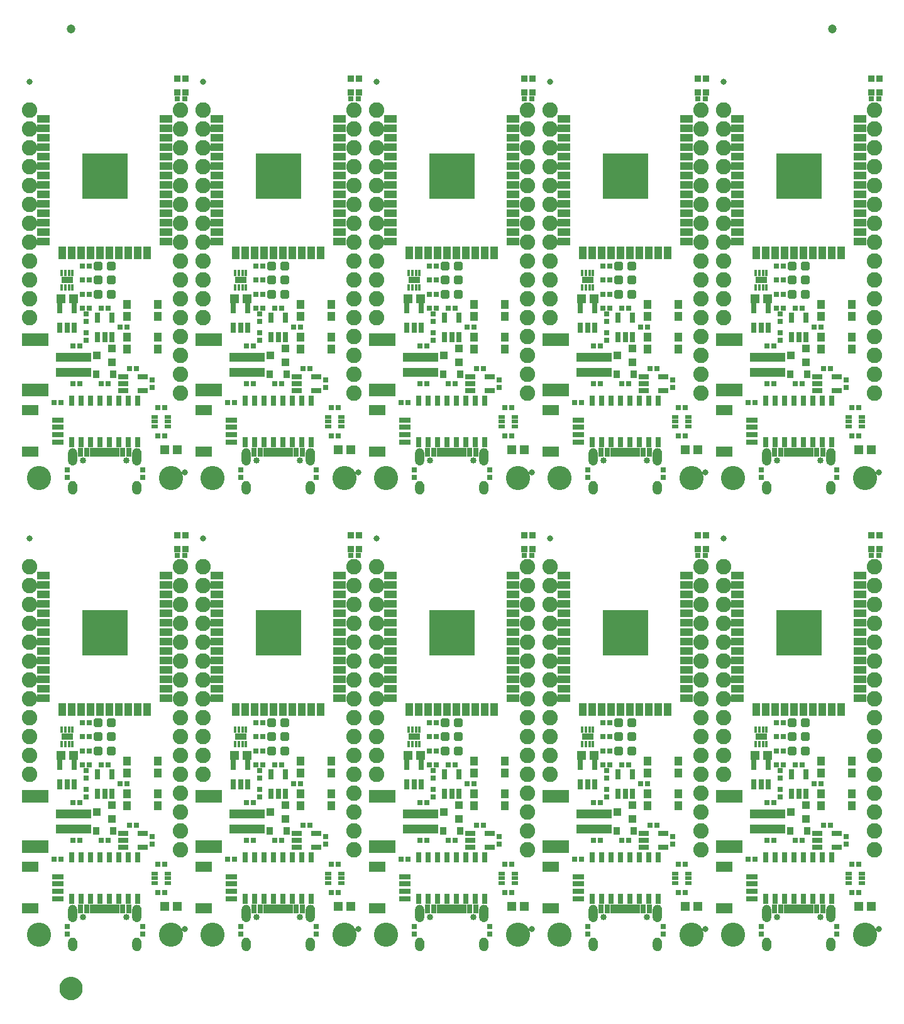
<source format=gts>
G04 EAGLE Gerber RS-274X export*
G75*
%MOMM*%
%FSLAX34Y34*%
%LPD*%
%INSoldermask Top*%
%IPPOS*%
%AMOC8*
5,1,8,0,0,1.08239X$1,22.5*%
G01*
%ADD10R,0.803200X0.803200*%
%ADD11R,0.753200X1.403200*%
%ADD12C,0.505344*%
%ADD13R,1.303200X1.203200*%
%ADD14R,0.863200X0.503200*%
%ADD15R,2.203200X1.403200*%
%ADD16R,1.553200X0.803200*%
%ADD17C,0.838200*%
%ADD18C,3.251200*%
%ADD19R,1.103200X1.203200*%
%ADD20R,1.703200X1.103200*%
%ADD21R,1.103200X1.703200*%
%ADD22R,6.203200X6.203200*%
%ADD23R,1.103200X1.003200*%
%ADD24C,2.082800*%
%ADD25R,0.503200X1.203200*%
%ADD26R,0.803200X1.203200*%
%ADD27C,0.853200*%
%ADD28R,0.833200X1.033200*%
%ADD29R,0.803200X1.403200*%
%ADD30R,0.440000X0.840000*%
%ADD31R,1.520000X0.940000*%
%ADD32R,1.403200X0.753200*%
%ADD33R,0.903200X0.903200*%
%ADD34R,4.803200X1.203200*%
%ADD35R,3.603200X1.803200*%
%ADD36C,1.203200*%
%ADD37C,1.270000*%
%ADD38C,1.703200*%

G36*
X859824Y657563D02*
X859824Y657563D01*
X859830Y657569D01*
X859835Y657565D01*
X861065Y657930D01*
X861070Y657937D01*
X861075Y657935D01*
X862194Y658565D01*
X862197Y658572D01*
X862203Y658571D01*
X863153Y659434D01*
X863154Y659442D01*
X863160Y659442D01*
X863894Y660495D01*
X863894Y660503D01*
X863899Y660505D01*
X864381Y661695D01*
X864379Y661700D01*
X864383Y661703D01*
X864382Y661704D01*
X864384Y661705D01*
X864589Y662972D01*
X864586Y662977D01*
X864589Y662980D01*
X864589Y674980D01*
X864586Y674984D01*
X864589Y674987D01*
X864434Y676109D01*
X864429Y676114D01*
X864432Y676118D01*
X864061Y677189D01*
X864055Y677193D01*
X864057Y677198D01*
X863484Y678175D01*
X863478Y678178D01*
X863479Y678183D01*
X862726Y679030D01*
X862719Y679032D01*
X862719Y679037D01*
X861816Y679721D01*
X861809Y679721D01*
X861808Y679726D01*
X860789Y680221D01*
X860782Y680219D01*
X860780Y680224D01*
X859683Y680511D01*
X859677Y680508D01*
X859674Y680512D01*
X858543Y680579D01*
X858537Y680579D01*
X857406Y680512D01*
X857401Y680507D01*
X857397Y680511D01*
X856300Y680224D01*
X856296Y680218D01*
X856291Y680221D01*
X855272Y679726D01*
X855269Y679720D01*
X855264Y679721D01*
X854361Y679037D01*
X854359Y679030D01*
X854354Y679030D01*
X853601Y678183D01*
X853601Y678176D01*
X853596Y678175D01*
X853023Y677198D01*
X853024Y677195D01*
X853023Y677194D01*
X853024Y677193D01*
X853024Y677191D01*
X853019Y677189D01*
X852648Y676118D01*
X852650Y676113D01*
X852647Y676111D01*
X852647Y676110D01*
X852646Y676109D01*
X852491Y674987D01*
X852494Y674982D01*
X852491Y674980D01*
X852491Y662980D01*
X852494Y662975D01*
X852491Y662972D01*
X852696Y661705D01*
X852702Y661699D01*
X852699Y661695D01*
X853181Y660505D01*
X853188Y660501D01*
X853186Y660495D01*
X853920Y659442D01*
X853928Y659440D01*
X853927Y659434D01*
X854877Y658571D01*
X854886Y658570D01*
X854886Y658565D01*
X856005Y657935D01*
X856013Y657936D01*
X856015Y657930D01*
X857245Y657565D01*
X857253Y657568D01*
X857256Y657563D01*
X858537Y657481D01*
X858541Y657484D01*
X858543Y657481D01*
X859824Y657563D01*
G37*
G36*
X72384Y657563D02*
X72384Y657563D01*
X72390Y657569D01*
X72395Y657565D01*
X73625Y657930D01*
X73630Y657937D01*
X73635Y657935D01*
X74754Y658565D01*
X74757Y658572D01*
X74763Y658571D01*
X75713Y659434D01*
X75714Y659442D01*
X75720Y659442D01*
X76454Y660495D01*
X76454Y660503D01*
X76459Y660505D01*
X76941Y661695D01*
X76939Y661700D01*
X76943Y661703D01*
X76942Y661704D01*
X76944Y661705D01*
X77149Y662972D01*
X77146Y662977D01*
X77149Y662980D01*
X77149Y674980D01*
X77146Y674984D01*
X77149Y674987D01*
X76994Y676109D01*
X76989Y676114D01*
X76992Y676118D01*
X76621Y677189D01*
X76615Y677193D01*
X76617Y677198D01*
X76044Y678175D01*
X76038Y678178D01*
X76039Y678183D01*
X75286Y679030D01*
X75279Y679032D01*
X75279Y679037D01*
X74376Y679721D01*
X74369Y679721D01*
X74368Y679726D01*
X73349Y680221D01*
X73342Y680219D01*
X73340Y680224D01*
X72243Y680511D01*
X72237Y680508D01*
X72234Y680512D01*
X71103Y680579D01*
X71097Y680579D01*
X69966Y680512D01*
X69961Y680507D01*
X69957Y680511D01*
X68860Y680224D01*
X68856Y680218D01*
X68851Y680221D01*
X67832Y679726D01*
X67829Y679720D01*
X67824Y679721D01*
X66921Y679037D01*
X66919Y679030D01*
X66914Y679030D01*
X66161Y678183D01*
X66161Y678176D01*
X66156Y678175D01*
X65583Y677198D01*
X65584Y677195D01*
X65583Y677194D01*
X65584Y677193D01*
X65584Y677191D01*
X65579Y677189D01*
X65208Y676118D01*
X65210Y676113D01*
X65207Y676111D01*
X65207Y676110D01*
X65206Y676109D01*
X65051Y674987D01*
X65054Y674982D01*
X65051Y674980D01*
X65051Y662980D01*
X65054Y662975D01*
X65051Y662972D01*
X65256Y661705D01*
X65262Y661699D01*
X65259Y661695D01*
X65741Y660505D01*
X65748Y660501D01*
X65746Y660495D01*
X66480Y659442D01*
X66488Y659440D01*
X66487Y659434D01*
X67437Y658571D01*
X67446Y658570D01*
X67446Y658565D01*
X68565Y657935D01*
X68573Y657936D01*
X68575Y657930D01*
X69805Y657565D01*
X69813Y657568D01*
X69816Y657563D01*
X71097Y657481D01*
X71101Y657484D01*
X71103Y657481D01*
X72384Y657563D01*
G37*
G36*
X1007104Y657563D02*
X1007104Y657563D01*
X1007110Y657569D01*
X1007115Y657565D01*
X1008345Y657930D01*
X1008350Y657937D01*
X1008355Y657935D01*
X1009474Y658565D01*
X1009477Y658572D01*
X1009483Y658571D01*
X1010433Y659434D01*
X1010434Y659442D01*
X1010440Y659442D01*
X1011174Y660495D01*
X1011174Y660503D01*
X1011179Y660505D01*
X1011661Y661695D01*
X1011659Y661700D01*
X1011663Y661703D01*
X1011662Y661704D01*
X1011664Y661705D01*
X1011869Y662972D01*
X1011866Y662977D01*
X1011869Y662980D01*
X1011869Y674980D01*
X1011866Y674984D01*
X1011869Y674987D01*
X1011714Y676109D01*
X1011709Y676114D01*
X1011712Y676118D01*
X1011341Y677189D01*
X1011335Y677193D01*
X1011337Y677198D01*
X1010764Y678175D01*
X1010758Y678178D01*
X1010759Y678183D01*
X1010006Y679030D01*
X1009999Y679032D01*
X1009999Y679037D01*
X1009096Y679721D01*
X1009089Y679721D01*
X1009088Y679726D01*
X1008069Y680221D01*
X1008062Y680219D01*
X1008060Y680224D01*
X1006963Y680511D01*
X1006957Y680508D01*
X1006954Y680512D01*
X1005823Y680579D01*
X1005817Y680579D01*
X1004686Y680512D01*
X1004681Y680507D01*
X1004677Y680511D01*
X1003580Y680224D01*
X1003576Y680218D01*
X1003571Y680221D01*
X1002552Y679726D01*
X1002549Y679720D01*
X1002544Y679721D01*
X1001641Y679037D01*
X1001639Y679030D01*
X1001634Y679030D01*
X1000881Y678183D01*
X1000881Y678176D01*
X1000876Y678175D01*
X1000303Y677198D01*
X1000304Y677195D01*
X1000303Y677194D01*
X1000304Y677193D01*
X1000304Y677191D01*
X1000299Y677189D01*
X999928Y676118D01*
X999930Y676113D01*
X999927Y676111D01*
X999927Y676110D01*
X999926Y676109D01*
X999771Y674987D01*
X999774Y674982D01*
X999771Y674980D01*
X999771Y662980D01*
X999774Y662975D01*
X999771Y662972D01*
X999976Y661705D01*
X999982Y661699D01*
X999979Y661695D01*
X1000461Y660505D01*
X1000468Y660501D01*
X1000466Y660495D01*
X1001200Y659442D01*
X1001208Y659440D01*
X1001207Y659434D01*
X1002157Y658571D01*
X1002166Y658570D01*
X1002166Y658565D01*
X1003285Y657935D01*
X1003293Y657936D01*
X1003295Y657930D01*
X1004525Y657565D01*
X1004533Y657568D01*
X1004536Y657563D01*
X1005817Y657481D01*
X1005821Y657484D01*
X1005823Y657481D01*
X1007104Y657563D01*
G37*
G36*
X1093504Y657563D02*
X1093504Y657563D01*
X1093510Y657569D01*
X1093515Y657565D01*
X1094745Y657930D01*
X1094750Y657937D01*
X1094755Y657935D01*
X1095874Y658565D01*
X1095877Y658572D01*
X1095883Y658571D01*
X1096833Y659434D01*
X1096834Y659442D01*
X1096840Y659442D01*
X1097574Y660495D01*
X1097574Y660503D01*
X1097579Y660505D01*
X1098061Y661695D01*
X1098059Y661700D01*
X1098063Y661703D01*
X1098062Y661704D01*
X1098064Y661705D01*
X1098269Y662972D01*
X1098266Y662977D01*
X1098269Y662980D01*
X1098269Y674980D01*
X1098266Y674984D01*
X1098269Y674987D01*
X1098114Y676109D01*
X1098109Y676114D01*
X1098112Y676118D01*
X1097741Y677189D01*
X1097735Y677193D01*
X1097737Y677198D01*
X1097164Y678175D01*
X1097158Y678178D01*
X1097159Y678183D01*
X1096406Y679030D01*
X1096399Y679032D01*
X1096399Y679037D01*
X1095496Y679721D01*
X1095489Y679721D01*
X1095488Y679726D01*
X1094469Y680221D01*
X1094462Y680219D01*
X1094460Y680224D01*
X1093363Y680511D01*
X1093357Y680508D01*
X1093354Y680512D01*
X1092223Y680579D01*
X1092217Y680579D01*
X1091086Y680512D01*
X1091081Y680507D01*
X1091077Y680511D01*
X1089980Y680224D01*
X1089976Y680218D01*
X1089971Y680221D01*
X1088952Y679726D01*
X1088949Y679720D01*
X1088944Y679721D01*
X1088041Y679037D01*
X1088039Y679030D01*
X1088034Y679030D01*
X1087281Y678183D01*
X1087281Y678176D01*
X1087276Y678175D01*
X1086703Y677198D01*
X1086704Y677195D01*
X1086703Y677194D01*
X1086704Y677193D01*
X1086704Y677191D01*
X1086699Y677189D01*
X1086328Y676118D01*
X1086330Y676113D01*
X1086327Y676111D01*
X1086327Y676110D01*
X1086326Y676109D01*
X1086171Y674987D01*
X1086174Y674982D01*
X1086171Y674980D01*
X1086171Y662980D01*
X1086174Y662975D01*
X1086171Y662972D01*
X1086376Y661705D01*
X1086382Y661699D01*
X1086379Y661695D01*
X1086861Y660505D01*
X1086868Y660501D01*
X1086866Y660495D01*
X1087600Y659442D01*
X1087608Y659440D01*
X1087607Y659434D01*
X1088557Y658571D01*
X1088566Y658570D01*
X1088566Y658565D01*
X1089685Y657935D01*
X1089693Y657936D01*
X1089695Y657930D01*
X1090925Y657565D01*
X1090933Y657568D01*
X1090936Y657563D01*
X1092217Y657481D01*
X1092221Y657484D01*
X1092223Y657481D01*
X1093504Y657563D01*
G37*
G36*
X626144Y657563D02*
X626144Y657563D01*
X626150Y657569D01*
X626155Y657565D01*
X627385Y657930D01*
X627390Y657937D01*
X627395Y657935D01*
X628514Y658565D01*
X628517Y658572D01*
X628523Y658571D01*
X629473Y659434D01*
X629474Y659442D01*
X629480Y659442D01*
X630214Y660495D01*
X630214Y660503D01*
X630219Y660505D01*
X630701Y661695D01*
X630699Y661700D01*
X630703Y661703D01*
X630702Y661704D01*
X630704Y661705D01*
X630909Y662972D01*
X630906Y662977D01*
X630909Y662980D01*
X630909Y674980D01*
X630906Y674984D01*
X630909Y674987D01*
X630754Y676109D01*
X630749Y676114D01*
X630752Y676118D01*
X630381Y677189D01*
X630375Y677193D01*
X630377Y677198D01*
X629804Y678175D01*
X629798Y678178D01*
X629799Y678183D01*
X629046Y679030D01*
X629039Y679032D01*
X629039Y679037D01*
X628136Y679721D01*
X628129Y679721D01*
X628128Y679726D01*
X627109Y680221D01*
X627102Y680219D01*
X627100Y680224D01*
X626003Y680511D01*
X625997Y680508D01*
X625994Y680512D01*
X624863Y680579D01*
X624857Y680579D01*
X623726Y680512D01*
X623721Y680507D01*
X623717Y680511D01*
X622620Y680224D01*
X622616Y680218D01*
X622611Y680221D01*
X621592Y679726D01*
X621589Y679720D01*
X621584Y679721D01*
X620681Y679037D01*
X620679Y679030D01*
X620674Y679030D01*
X619921Y678183D01*
X619921Y678176D01*
X619916Y678175D01*
X619343Y677198D01*
X619344Y677195D01*
X619343Y677194D01*
X619344Y677193D01*
X619344Y677191D01*
X619339Y677189D01*
X618968Y676118D01*
X618970Y676113D01*
X618967Y676111D01*
X618967Y676110D01*
X618966Y676109D01*
X618811Y674987D01*
X618814Y674982D01*
X618811Y674980D01*
X618811Y662980D01*
X618814Y662975D01*
X618811Y662972D01*
X619016Y661705D01*
X619022Y661699D01*
X619019Y661695D01*
X619501Y660505D01*
X619508Y660501D01*
X619506Y660495D01*
X620240Y659442D01*
X620248Y659440D01*
X620247Y659434D01*
X621197Y658571D01*
X621206Y658570D01*
X621206Y658565D01*
X622325Y657935D01*
X622333Y657936D01*
X622335Y657930D01*
X623565Y657565D01*
X623573Y657568D01*
X623576Y657563D01*
X624857Y657481D01*
X624861Y657484D01*
X624863Y657481D01*
X626144Y657563D01*
G37*
G36*
X392464Y657563D02*
X392464Y657563D01*
X392470Y657569D01*
X392475Y657565D01*
X393705Y657930D01*
X393710Y657937D01*
X393715Y657935D01*
X394834Y658565D01*
X394837Y658572D01*
X394843Y658571D01*
X395793Y659434D01*
X395794Y659442D01*
X395800Y659442D01*
X396534Y660495D01*
X396534Y660503D01*
X396539Y660505D01*
X397021Y661695D01*
X397019Y661700D01*
X397023Y661703D01*
X397022Y661704D01*
X397024Y661705D01*
X397229Y662972D01*
X397226Y662977D01*
X397229Y662980D01*
X397229Y674980D01*
X397226Y674984D01*
X397229Y674987D01*
X397074Y676109D01*
X397069Y676114D01*
X397072Y676118D01*
X396701Y677189D01*
X396695Y677193D01*
X396697Y677198D01*
X396124Y678175D01*
X396118Y678178D01*
X396119Y678183D01*
X395366Y679030D01*
X395359Y679032D01*
X395359Y679037D01*
X394456Y679721D01*
X394449Y679721D01*
X394448Y679726D01*
X393429Y680221D01*
X393422Y680219D01*
X393420Y680224D01*
X392323Y680511D01*
X392317Y680508D01*
X392314Y680512D01*
X391183Y680579D01*
X391177Y680579D01*
X390046Y680512D01*
X390041Y680507D01*
X390037Y680511D01*
X388940Y680224D01*
X388936Y680218D01*
X388931Y680221D01*
X387912Y679726D01*
X387909Y679720D01*
X387904Y679721D01*
X387001Y679037D01*
X386999Y679030D01*
X386994Y679030D01*
X386241Y678183D01*
X386241Y678176D01*
X386236Y678175D01*
X385663Y677198D01*
X385664Y677195D01*
X385663Y677194D01*
X385664Y677193D01*
X385664Y677191D01*
X385659Y677189D01*
X385288Y676118D01*
X385290Y676113D01*
X385287Y676111D01*
X385287Y676110D01*
X385286Y676109D01*
X385131Y674987D01*
X385134Y674982D01*
X385131Y674980D01*
X385131Y662980D01*
X385134Y662975D01*
X385131Y662972D01*
X385336Y661705D01*
X385342Y661699D01*
X385339Y661695D01*
X385821Y660505D01*
X385828Y660501D01*
X385826Y660495D01*
X386560Y659442D01*
X386568Y659440D01*
X386567Y659434D01*
X387517Y658571D01*
X387526Y658570D01*
X387526Y658565D01*
X388645Y657935D01*
X388653Y657936D01*
X388655Y657930D01*
X389885Y657565D01*
X389893Y657568D01*
X389896Y657563D01*
X391177Y657481D01*
X391181Y657484D01*
X391183Y657481D01*
X392464Y657563D01*
G37*
G36*
X158784Y657563D02*
X158784Y657563D01*
X158790Y657569D01*
X158795Y657565D01*
X160025Y657930D01*
X160030Y657937D01*
X160035Y657935D01*
X161154Y658565D01*
X161157Y658572D01*
X161163Y658571D01*
X162113Y659434D01*
X162114Y659442D01*
X162120Y659442D01*
X162854Y660495D01*
X162854Y660503D01*
X162859Y660505D01*
X163341Y661695D01*
X163339Y661700D01*
X163343Y661703D01*
X163342Y661704D01*
X163344Y661705D01*
X163549Y662972D01*
X163546Y662977D01*
X163549Y662980D01*
X163549Y674980D01*
X163546Y674984D01*
X163549Y674987D01*
X163394Y676109D01*
X163389Y676114D01*
X163392Y676118D01*
X163021Y677189D01*
X163015Y677193D01*
X163017Y677198D01*
X162444Y678175D01*
X162438Y678178D01*
X162439Y678183D01*
X161686Y679030D01*
X161679Y679032D01*
X161679Y679037D01*
X160776Y679721D01*
X160769Y679721D01*
X160768Y679726D01*
X159749Y680221D01*
X159742Y680219D01*
X159740Y680224D01*
X158643Y680511D01*
X158637Y680508D01*
X158634Y680512D01*
X157503Y680579D01*
X157497Y680579D01*
X156366Y680512D01*
X156361Y680507D01*
X156357Y680511D01*
X155260Y680224D01*
X155256Y680218D01*
X155251Y680221D01*
X154232Y679726D01*
X154229Y679720D01*
X154224Y679721D01*
X153321Y679037D01*
X153319Y679030D01*
X153314Y679030D01*
X152561Y678183D01*
X152561Y678176D01*
X152556Y678175D01*
X151983Y677198D01*
X151984Y677195D01*
X151983Y677194D01*
X151984Y677193D01*
X151984Y677191D01*
X151979Y677189D01*
X151608Y676118D01*
X151610Y676113D01*
X151607Y676111D01*
X151607Y676110D01*
X151606Y676109D01*
X151451Y674987D01*
X151454Y674982D01*
X151451Y674980D01*
X151451Y662980D01*
X151454Y662975D01*
X151451Y662972D01*
X151656Y661705D01*
X151662Y661699D01*
X151659Y661695D01*
X152141Y660505D01*
X152148Y660501D01*
X152146Y660495D01*
X152880Y659442D01*
X152888Y659440D01*
X152887Y659434D01*
X153837Y658571D01*
X153846Y658570D01*
X153846Y658565D01*
X154965Y657935D01*
X154973Y657936D01*
X154975Y657930D01*
X156205Y657565D01*
X156213Y657568D01*
X156216Y657563D01*
X157497Y657481D01*
X157501Y657484D01*
X157503Y657481D01*
X158784Y657563D01*
G37*
G36*
X306064Y657563D02*
X306064Y657563D01*
X306070Y657569D01*
X306075Y657565D01*
X307305Y657930D01*
X307310Y657937D01*
X307315Y657935D01*
X308434Y658565D01*
X308437Y658572D01*
X308443Y658571D01*
X309393Y659434D01*
X309394Y659442D01*
X309400Y659442D01*
X310134Y660495D01*
X310134Y660503D01*
X310139Y660505D01*
X310621Y661695D01*
X310619Y661700D01*
X310623Y661703D01*
X310622Y661704D01*
X310624Y661705D01*
X310829Y662972D01*
X310826Y662977D01*
X310829Y662980D01*
X310829Y674980D01*
X310826Y674984D01*
X310829Y674987D01*
X310674Y676109D01*
X310669Y676114D01*
X310672Y676118D01*
X310301Y677189D01*
X310295Y677193D01*
X310297Y677198D01*
X309724Y678175D01*
X309718Y678178D01*
X309719Y678183D01*
X308966Y679030D01*
X308959Y679032D01*
X308959Y679037D01*
X308056Y679721D01*
X308049Y679721D01*
X308048Y679726D01*
X307029Y680221D01*
X307022Y680219D01*
X307020Y680224D01*
X305923Y680511D01*
X305917Y680508D01*
X305914Y680512D01*
X304783Y680579D01*
X304777Y680579D01*
X303646Y680512D01*
X303641Y680507D01*
X303637Y680511D01*
X302540Y680224D01*
X302536Y680218D01*
X302531Y680221D01*
X301512Y679726D01*
X301509Y679720D01*
X301504Y679721D01*
X300601Y679037D01*
X300599Y679030D01*
X300594Y679030D01*
X299841Y678183D01*
X299841Y678176D01*
X299836Y678175D01*
X299263Y677198D01*
X299264Y677195D01*
X299263Y677194D01*
X299264Y677193D01*
X299264Y677191D01*
X299259Y677189D01*
X298888Y676118D01*
X298890Y676113D01*
X298887Y676111D01*
X298887Y676110D01*
X298886Y676109D01*
X298731Y674987D01*
X298734Y674982D01*
X298731Y674980D01*
X298731Y662980D01*
X298734Y662975D01*
X298731Y662972D01*
X298936Y661705D01*
X298942Y661699D01*
X298939Y661695D01*
X299421Y660505D01*
X299428Y660501D01*
X299426Y660495D01*
X300160Y659442D01*
X300168Y659440D01*
X300167Y659434D01*
X301117Y658571D01*
X301126Y658570D01*
X301126Y658565D01*
X302245Y657935D01*
X302253Y657936D01*
X302255Y657930D01*
X303485Y657565D01*
X303493Y657568D01*
X303496Y657563D01*
X304777Y657481D01*
X304781Y657484D01*
X304783Y657481D01*
X306064Y657563D01*
G37*
G36*
X773424Y657563D02*
X773424Y657563D01*
X773430Y657569D01*
X773435Y657565D01*
X774665Y657930D01*
X774670Y657937D01*
X774675Y657935D01*
X775794Y658565D01*
X775797Y658572D01*
X775803Y658571D01*
X776753Y659434D01*
X776754Y659442D01*
X776760Y659442D01*
X777494Y660495D01*
X777494Y660503D01*
X777499Y660505D01*
X777981Y661695D01*
X777979Y661700D01*
X777983Y661703D01*
X777982Y661704D01*
X777984Y661705D01*
X778189Y662972D01*
X778186Y662977D01*
X778189Y662980D01*
X778189Y674980D01*
X778186Y674984D01*
X778189Y674987D01*
X778034Y676109D01*
X778029Y676114D01*
X778032Y676118D01*
X777661Y677189D01*
X777655Y677193D01*
X777657Y677198D01*
X777084Y678175D01*
X777078Y678178D01*
X777079Y678183D01*
X776326Y679030D01*
X776319Y679032D01*
X776319Y679037D01*
X775416Y679721D01*
X775409Y679721D01*
X775408Y679726D01*
X774389Y680221D01*
X774382Y680219D01*
X774380Y680224D01*
X773283Y680511D01*
X773277Y680508D01*
X773274Y680512D01*
X772143Y680579D01*
X772137Y680579D01*
X771006Y680512D01*
X771001Y680507D01*
X770997Y680511D01*
X769900Y680224D01*
X769896Y680218D01*
X769891Y680221D01*
X768872Y679726D01*
X768869Y679720D01*
X768864Y679721D01*
X767961Y679037D01*
X767959Y679030D01*
X767954Y679030D01*
X767201Y678183D01*
X767201Y678176D01*
X767196Y678175D01*
X766623Y677198D01*
X766624Y677195D01*
X766623Y677194D01*
X766624Y677193D01*
X766624Y677191D01*
X766619Y677189D01*
X766248Y676118D01*
X766250Y676113D01*
X766247Y676111D01*
X766247Y676110D01*
X766246Y676109D01*
X766091Y674987D01*
X766094Y674982D01*
X766091Y674980D01*
X766091Y662980D01*
X766094Y662975D01*
X766091Y662972D01*
X766296Y661705D01*
X766302Y661699D01*
X766299Y661695D01*
X766781Y660505D01*
X766788Y660501D01*
X766786Y660495D01*
X767520Y659442D01*
X767528Y659440D01*
X767527Y659434D01*
X768477Y658571D01*
X768486Y658570D01*
X768486Y658565D01*
X769605Y657935D01*
X769613Y657936D01*
X769615Y657930D01*
X770845Y657565D01*
X770853Y657568D01*
X770856Y657563D01*
X772137Y657481D01*
X772141Y657484D01*
X772143Y657481D01*
X773424Y657563D01*
G37*
G36*
X539744Y657563D02*
X539744Y657563D01*
X539750Y657569D01*
X539755Y657565D01*
X540985Y657930D01*
X540990Y657937D01*
X540995Y657935D01*
X542114Y658565D01*
X542117Y658572D01*
X542123Y658571D01*
X543073Y659434D01*
X543074Y659442D01*
X543080Y659442D01*
X543814Y660495D01*
X543814Y660503D01*
X543819Y660505D01*
X544301Y661695D01*
X544299Y661700D01*
X544303Y661703D01*
X544302Y661704D01*
X544304Y661705D01*
X544509Y662972D01*
X544506Y662977D01*
X544509Y662980D01*
X544509Y674980D01*
X544506Y674984D01*
X544509Y674987D01*
X544354Y676109D01*
X544349Y676114D01*
X544352Y676118D01*
X543981Y677189D01*
X543975Y677193D01*
X543977Y677198D01*
X543404Y678175D01*
X543398Y678178D01*
X543399Y678183D01*
X542646Y679030D01*
X542639Y679032D01*
X542639Y679037D01*
X541736Y679721D01*
X541729Y679721D01*
X541728Y679726D01*
X540709Y680221D01*
X540702Y680219D01*
X540700Y680224D01*
X539603Y680511D01*
X539597Y680508D01*
X539594Y680512D01*
X538463Y680579D01*
X538457Y680579D01*
X537326Y680512D01*
X537321Y680507D01*
X537317Y680511D01*
X536220Y680224D01*
X536216Y680218D01*
X536211Y680221D01*
X535192Y679726D01*
X535189Y679720D01*
X535184Y679721D01*
X534281Y679037D01*
X534279Y679030D01*
X534274Y679030D01*
X533521Y678183D01*
X533521Y678176D01*
X533516Y678175D01*
X532943Y677198D01*
X532944Y677195D01*
X532943Y677194D01*
X532944Y677193D01*
X532944Y677191D01*
X532939Y677189D01*
X532568Y676118D01*
X532570Y676113D01*
X532567Y676111D01*
X532567Y676110D01*
X532566Y676109D01*
X532411Y674987D01*
X532414Y674982D01*
X532411Y674980D01*
X532411Y662980D01*
X532414Y662975D01*
X532411Y662972D01*
X532616Y661705D01*
X532622Y661699D01*
X532619Y661695D01*
X533101Y660505D01*
X533108Y660501D01*
X533106Y660495D01*
X533840Y659442D01*
X533848Y659440D01*
X533847Y659434D01*
X534797Y658571D01*
X534806Y658570D01*
X534806Y658565D01*
X535925Y657935D01*
X535933Y657936D01*
X535935Y657930D01*
X537165Y657565D01*
X537173Y657568D01*
X537176Y657563D01*
X538457Y657481D01*
X538461Y657484D01*
X538463Y657481D01*
X539744Y657563D01*
G37*
G36*
X773424Y42883D02*
X773424Y42883D01*
X773430Y42889D01*
X773435Y42885D01*
X774665Y43250D01*
X774670Y43257D01*
X774675Y43255D01*
X775794Y43885D01*
X775797Y43892D01*
X775803Y43891D01*
X776753Y44754D01*
X776754Y44762D01*
X776760Y44762D01*
X777494Y45815D01*
X777494Y45823D01*
X777499Y45825D01*
X777981Y47015D01*
X777979Y47020D01*
X777983Y47023D01*
X777982Y47024D01*
X777984Y47025D01*
X778189Y48292D01*
X778186Y48297D01*
X778189Y48300D01*
X778189Y60300D01*
X778186Y60304D01*
X778189Y60307D01*
X778034Y61429D01*
X778029Y61434D01*
X778032Y61438D01*
X777661Y62509D01*
X777655Y62513D01*
X777657Y62518D01*
X777084Y63495D01*
X777078Y63498D01*
X777079Y63503D01*
X776326Y64350D01*
X776319Y64352D01*
X776319Y64357D01*
X775416Y65041D01*
X775409Y65041D01*
X775408Y65046D01*
X774389Y65541D01*
X774382Y65539D01*
X774380Y65544D01*
X773283Y65831D01*
X773277Y65828D01*
X773274Y65832D01*
X772143Y65899D01*
X772137Y65899D01*
X771006Y65832D01*
X771001Y65827D01*
X770997Y65831D01*
X769900Y65544D01*
X769896Y65538D01*
X769891Y65541D01*
X768872Y65046D01*
X768869Y65040D01*
X768864Y65041D01*
X767961Y64357D01*
X767959Y64350D01*
X767954Y64350D01*
X767201Y63503D01*
X767201Y63496D01*
X767196Y63495D01*
X766623Y62518D01*
X766624Y62515D01*
X766623Y62514D01*
X766624Y62513D01*
X766624Y62511D01*
X766619Y62509D01*
X766248Y61438D01*
X766250Y61433D01*
X766247Y61431D01*
X766247Y61430D01*
X766246Y61429D01*
X766091Y60307D01*
X766094Y60302D01*
X766091Y60300D01*
X766091Y48300D01*
X766094Y48295D01*
X766091Y48292D01*
X766296Y47025D01*
X766302Y47019D01*
X766299Y47015D01*
X766781Y45825D01*
X766788Y45821D01*
X766786Y45815D01*
X767520Y44762D01*
X767528Y44760D01*
X767527Y44754D01*
X768477Y43891D01*
X768486Y43890D01*
X768486Y43885D01*
X769605Y43255D01*
X769613Y43256D01*
X769615Y43250D01*
X770845Y42885D01*
X770853Y42888D01*
X770856Y42883D01*
X772137Y42801D01*
X772141Y42804D01*
X772143Y42801D01*
X773424Y42883D01*
G37*
G36*
X1093504Y42883D02*
X1093504Y42883D01*
X1093510Y42889D01*
X1093515Y42885D01*
X1094745Y43250D01*
X1094750Y43257D01*
X1094755Y43255D01*
X1095874Y43885D01*
X1095877Y43892D01*
X1095883Y43891D01*
X1096833Y44754D01*
X1096834Y44762D01*
X1096840Y44762D01*
X1097574Y45815D01*
X1097574Y45823D01*
X1097579Y45825D01*
X1098061Y47015D01*
X1098059Y47020D01*
X1098063Y47023D01*
X1098062Y47024D01*
X1098064Y47025D01*
X1098269Y48292D01*
X1098266Y48297D01*
X1098269Y48300D01*
X1098269Y60300D01*
X1098266Y60304D01*
X1098269Y60307D01*
X1098114Y61429D01*
X1098109Y61434D01*
X1098112Y61438D01*
X1097741Y62509D01*
X1097735Y62513D01*
X1097737Y62518D01*
X1097164Y63495D01*
X1097158Y63498D01*
X1097159Y63503D01*
X1096406Y64350D01*
X1096399Y64352D01*
X1096399Y64357D01*
X1095496Y65041D01*
X1095489Y65041D01*
X1095488Y65046D01*
X1094469Y65541D01*
X1094462Y65539D01*
X1094460Y65544D01*
X1093363Y65831D01*
X1093357Y65828D01*
X1093354Y65832D01*
X1092223Y65899D01*
X1092217Y65899D01*
X1091086Y65832D01*
X1091081Y65827D01*
X1091077Y65831D01*
X1089980Y65544D01*
X1089976Y65538D01*
X1089971Y65541D01*
X1088952Y65046D01*
X1088949Y65040D01*
X1088944Y65041D01*
X1088041Y64357D01*
X1088039Y64350D01*
X1088034Y64350D01*
X1087281Y63503D01*
X1087281Y63496D01*
X1087276Y63495D01*
X1086703Y62518D01*
X1086704Y62515D01*
X1086703Y62514D01*
X1086704Y62513D01*
X1086704Y62511D01*
X1086699Y62509D01*
X1086328Y61438D01*
X1086330Y61433D01*
X1086327Y61431D01*
X1086327Y61430D01*
X1086326Y61429D01*
X1086171Y60307D01*
X1086174Y60302D01*
X1086171Y60300D01*
X1086171Y48300D01*
X1086174Y48295D01*
X1086171Y48292D01*
X1086376Y47025D01*
X1086382Y47019D01*
X1086379Y47015D01*
X1086861Y45825D01*
X1086868Y45821D01*
X1086866Y45815D01*
X1087600Y44762D01*
X1087608Y44760D01*
X1087607Y44754D01*
X1088557Y43891D01*
X1088566Y43890D01*
X1088566Y43885D01*
X1089685Y43255D01*
X1089693Y43256D01*
X1089695Y43250D01*
X1090925Y42885D01*
X1090933Y42888D01*
X1090936Y42883D01*
X1092217Y42801D01*
X1092221Y42804D01*
X1092223Y42801D01*
X1093504Y42883D01*
G37*
G36*
X392464Y42883D02*
X392464Y42883D01*
X392470Y42889D01*
X392475Y42885D01*
X393705Y43250D01*
X393710Y43257D01*
X393715Y43255D01*
X394834Y43885D01*
X394837Y43892D01*
X394843Y43891D01*
X395793Y44754D01*
X395794Y44762D01*
X395800Y44762D01*
X396534Y45815D01*
X396534Y45823D01*
X396539Y45825D01*
X397021Y47015D01*
X397019Y47020D01*
X397023Y47023D01*
X397022Y47024D01*
X397024Y47025D01*
X397229Y48292D01*
X397226Y48297D01*
X397229Y48300D01*
X397229Y60300D01*
X397226Y60304D01*
X397229Y60307D01*
X397074Y61429D01*
X397069Y61434D01*
X397072Y61438D01*
X396701Y62509D01*
X396695Y62513D01*
X396697Y62518D01*
X396124Y63495D01*
X396118Y63498D01*
X396119Y63503D01*
X395366Y64350D01*
X395359Y64352D01*
X395359Y64357D01*
X394456Y65041D01*
X394449Y65041D01*
X394448Y65046D01*
X393429Y65541D01*
X393422Y65539D01*
X393420Y65544D01*
X392323Y65831D01*
X392317Y65828D01*
X392314Y65832D01*
X391183Y65899D01*
X391177Y65899D01*
X390046Y65832D01*
X390041Y65827D01*
X390037Y65831D01*
X388940Y65544D01*
X388936Y65538D01*
X388931Y65541D01*
X387912Y65046D01*
X387909Y65040D01*
X387904Y65041D01*
X387001Y64357D01*
X386999Y64350D01*
X386994Y64350D01*
X386241Y63503D01*
X386241Y63496D01*
X386236Y63495D01*
X385663Y62518D01*
X385664Y62515D01*
X385663Y62514D01*
X385664Y62513D01*
X385664Y62511D01*
X385659Y62509D01*
X385288Y61438D01*
X385290Y61433D01*
X385287Y61431D01*
X385287Y61430D01*
X385286Y61429D01*
X385131Y60307D01*
X385134Y60302D01*
X385131Y60300D01*
X385131Y48300D01*
X385134Y48295D01*
X385131Y48292D01*
X385336Y47025D01*
X385342Y47019D01*
X385339Y47015D01*
X385821Y45825D01*
X385828Y45821D01*
X385826Y45815D01*
X386560Y44762D01*
X386568Y44760D01*
X386567Y44754D01*
X387517Y43891D01*
X387526Y43890D01*
X387526Y43885D01*
X388645Y43255D01*
X388653Y43256D01*
X388655Y43250D01*
X389885Y42885D01*
X389893Y42888D01*
X389896Y42883D01*
X391177Y42801D01*
X391181Y42804D01*
X391183Y42801D01*
X392464Y42883D01*
G37*
G36*
X859824Y42883D02*
X859824Y42883D01*
X859830Y42889D01*
X859835Y42885D01*
X861065Y43250D01*
X861070Y43257D01*
X861075Y43255D01*
X862194Y43885D01*
X862197Y43892D01*
X862203Y43891D01*
X863153Y44754D01*
X863154Y44762D01*
X863160Y44762D01*
X863894Y45815D01*
X863894Y45823D01*
X863899Y45825D01*
X864381Y47015D01*
X864379Y47020D01*
X864383Y47023D01*
X864382Y47024D01*
X864384Y47025D01*
X864589Y48292D01*
X864586Y48297D01*
X864589Y48300D01*
X864589Y60300D01*
X864586Y60304D01*
X864589Y60307D01*
X864434Y61429D01*
X864429Y61434D01*
X864432Y61438D01*
X864061Y62509D01*
X864055Y62513D01*
X864057Y62518D01*
X863484Y63495D01*
X863478Y63498D01*
X863479Y63503D01*
X862726Y64350D01*
X862719Y64352D01*
X862719Y64357D01*
X861816Y65041D01*
X861809Y65041D01*
X861808Y65046D01*
X860789Y65541D01*
X860782Y65539D01*
X860780Y65544D01*
X859683Y65831D01*
X859677Y65828D01*
X859674Y65832D01*
X858543Y65899D01*
X858537Y65899D01*
X857406Y65832D01*
X857401Y65827D01*
X857397Y65831D01*
X856300Y65544D01*
X856296Y65538D01*
X856291Y65541D01*
X855272Y65046D01*
X855269Y65040D01*
X855264Y65041D01*
X854361Y64357D01*
X854359Y64350D01*
X854354Y64350D01*
X853601Y63503D01*
X853601Y63496D01*
X853596Y63495D01*
X853023Y62518D01*
X853024Y62515D01*
X853023Y62514D01*
X853024Y62513D01*
X853024Y62511D01*
X853019Y62509D01*
X852648Y61438D01*
X852650Y61433D01*
X852647Y61431D01*
X852647Y61430D01*
X852646Y61429D01*
X852491Y60307D01*
X852494Y60302D01*
X852491Y60300D01*
X852491Y48300D01*
X852494Y48295D01*
X852491Y48292D01*
X852696Y47025D01*
X852702Y47019D01*
X852699Y47015D01*
X853181Y45825D01*
X853188Y45821D01*
X853186Y45815D01*
X853920Y44762D01*
X853928Y44760D01*
X853927Y44754D01*
X854877Y43891D01*
X854886Y43890D01*
X854886Y43885D01*
X856005Y43255D01*
X856013Y43256D01*
X856015Y43250D01*
X857245Y42885D01*
X857253Y42888D01*
X857256Y42883D01*
X858537Y42801D01*
X858541Y42804D01*
X858543Y42801D01*
X859824Y42883D01*
G37*
G36*
X306064Y42883D02*
X306064Y42883D01*
X306070Y42889D01*
X306075Y42885D01*
X307305Y43250D01*
X307310Y43257D01*
X307315Y43255D01*
X308434Y43885D01*
X308437Y43892D01*
X308443Y43891D01*
X309393Y44754D01*
X309394Y44762D01*
X309400Y44762D01*
X310134Y45815D01*
X310134Y45823D01*
X310139Y45825D01*
X310621Y47015D01*
X310619Y47020D01*
X310623Y47023D01*
X310622Y47024D01*
X310624Y47025D01*
X310829Y48292D01*
X310826Y48297D01*
X310829Y48300D01*
X310829Y60300D01*
X310826Y60304D01*
X310829Y60307D01*
X310674Y61429D01*
X310669Y61434D01*
X310672Y61438D01*
X310301Y62509D01*
X310295Y62513D01*
X310297Y62518D01*
X309724Y63495D01*
X309718Y63498D01*
X309719Y63503D01*
X308966Y64350D01*
X308959Y64352D01*
X308959Y64357D01*
X308056Y65041D01*
X308049Y65041D01*
X308048Y65046D01*
X307029Y65541D01*
X307022Y65539D01*
X307020Y65544D01*
X305923Y65831D01*
X305917Y65828D01*
X305914Y65832D01*
X304783Y65899D01*
X304777Y65899D01*
X303646Y65832D01*
X303641Y65827D01*
X303637Y65831D01*
X302540Y65544D01*
X302536Y65538D01*
X302531Y65541D01*
X301512Y65046D01*
X301509Y65040D01*
X301504Y65041D01*
X300601Y64357D01*
X300599Y64350D01*
X300594Y64350D01*
X299841Y63503D01*
X299841Y63496D01*
X299836Y63495D01*
X299263Y62518D01*
X299264Y62515D01*
X299263Y62514D01*
X299264Y62513D01*
X299264Y62511D01*
X299259Y62509D01*
X298888Y61438D01*
X298890Y61433D01*
X298887Y61431D01*
X298887Y61430D01*
X298886Y61429D01*
X298731Y60307D01*
X298734Y60302D01*
X298731Y60300D01*
X298731Y48300D01*
X298734Y48295D01*
X298731Y48292D01*
X298936Y47025D01*
X298942Y47019D01*
X298939Y47015D01*
X299421Y45825D01*
X299428Y45821D01*
X299426Y45815D01*
X300160Y44762D01*
X300168Y44760D01*
X300167Y44754D01*
X301117Y43891D01*
X301126Y43890D01*
X301126Y43885D01*
X302245Y43255D01*
X302253Y43256D01*
X302255Y43250D01*
X303485Y42885D01*
X303493Y42888D01*
X303496Y42883D01*
X304777Y42801D01*
X304781Y42804D01*
X304783Y42801D01*
X306064Y42883D01*
G37*
G36*
X1007104Y42883D02*
X1007104Y42883D01*
X1007110Y42889D01*
X1007115Y42885D01*
X1008345Y43250D01*
X1008350Y43257D01*
X1008355Y43255D01*
X1009474Y43885D01*
X1009477Y43892D01*
X1009483Y43891D01*
X1010433Y44754D01*
X1010434Y44762D01*
X1010440Y44762D01*
X1011174Y45815D01*
X1011174Y45823D01*
X1011179Y45825D01*
X1011661Y47015D01*
X1011659Y47020D01*
X1011663Y47023D01*
X1011662Y47024D01*
X1011664Y47025D01*
X1011869Y48292D01*
X1011866Y48297D01*
X1011869Y48300D01*
X1011869Y60300D01*
X1011866Y60304D01*
X1011869Y60307D01*
X1011714Y61429D01*
X1011709Y61434D01*
X1011712Y61438D01*
X1011341Y62509D01*
X1011335Y62513D01*
X1011337Y62518D01*
X1010764Y63495D01*
X1010758Y63498D01*
X1010759Y63503D01*
X1010006Y64350D01*
X1009999Y64352D01*
X1009999Y64357D01*
X1009096Y65041D01*
X1009089Y65041D01*
X1009088Y65046D01*
X1008069Y65541D01*
X1008062Y65539D01*
X1008060Y65544D01*
X1006963Y65831D01*
X1006957Y65828D01*
X1006954Y65832D01*
X1005823Y65899D01*
X1005817Y65899D01*
X1004686Y65832D01*
X1004681Y65827D01*
X1004677Y65831D01*
X1003580Y65544D01*
X1003576Y65538D01*
X1003571Y65541D01*
X1002552Y65046D01*
X1002549Y65040D01*
X1002544Y65041D01*
X1001641Y64357D01*
X1001639Y64350D01*
X1001634Y64350D01*
X1000881Y63503D01*
X1000881Y63496D01*
X1000876Y63495D01*
X1000303Y62518D01*
X1000304Y62515D01*
X1000303Y62514D01*
X1000304Y62513D01*
X1000304Y62511D01*
X1000299Y62509D01*
X999928Y61438D01*
X999930Y61433D01*
X999927Y61431D01*
X999927Y61430D01*
X999926Y61429D01*
X999771Y60307D01*
X999774Y60302D01*
X999771Y60300D01*
X999771Y48300D01*
X999774Y48295D01*
X999771Y48292D01*
X999976Y47025D01*
X999982Y47019D01*
X999979Y47015D01*
X1000461Y45825D01*
X1000468Y45821D01*
X1000466Y45815D01*
X1001200Y44762D01*
X1001208Y44760D01*
X1001207Y44754D01*
X1002157Y43891D01*
X1002166Y43890D01*
X1002166Y43885D01*
X1003285Y43255D01*
X1003293Y43256D01*
X1003295Y43250D01*
X1004525Y42885D01*
X1004533Y42888D01*
X1004536Y42883D01*
X1005817Y42801D01*
X1005821Y42804D01*
X1005823Y42801D01*
X1007104Y42883D01*
G37*
G36*
X539744Y42883D02*
X539744Y42883D01*
X539750Y42889D01*
X539755Y42885D01*
X540985Y43250D01*
X540990Y43257D01*
X540995Y43255D01*
X542114Y43885D01*
X542117Y43892D01*
X542123Y43891D01*
X543073Y44754D01*
X543074Y44762D01*
X543080Y44762D01*
X543814Y45815D01*
X543814Y45823D01*
X543819Y45825D01*
X544301Y47015D01*
X544299Y47020D01*
X544303Y47023D01*
X544302Y47024D01*
X544304Y47025D01*
X544509Y48292D01*
X544506Y48297D01*
X544509Y48300D01*
X544509Y60300D01*
X544506Y60304D01*
X544509Y60307D01*
X544354Y61429D01*
X544349Y61434D01*
X544352Y61438D01*
X543981Y62509D01*
X543975Y62513D01*
X543977Y62518D01*
X543404Y63495D01*
X543398Y63498D01*
X543399Y63503D01*
X542646Y64350D01*
X542639Y64352D01*
X542639Y64357D01*
X541736Y65041D01*
X541729Y65041D01*
X541728Y65046D01*
X540709Y65541D01*
X540702Y65539D01*
X540700Y65544D01*
X539603Y65831D01*
X539597Y65828D01*
X539594Y65832D01*
X538463Y65899D01*
X538457Y65899D01*
X537326Y65832D01*
X537321Y65827D01*
X537317Y65831D01*
X536220Y65544D01*
X536216Y65538D01*
X536211Y65541D01*
X535192Y65046D01*
X535189Y65040D01*
X535184Y65041D01*
X534281Y64357D01*
X534279Y64350D01*
X534274Y64350D01*
X533521Y63503D01*
X533521Y63496D01*
X533516Y63495D01*
X532943Y62518D01*
X532944Y62515D01*
X532943Y62514D01*
X532944Y62513D01*
X532944Y62511D01*
X532939Y62509D01*
X532568Y61438D01*
X532570Y61433D01*
X532567Y61431D01*
X532567Y61430D01*
X532566Y61429D01*
X532411Y60307D01*
X532414Y60302D01*
X532411Y60300D01*
X532411Y48300D01*
X532414Y48295D01*
X532411Y48292D01*
X532616Y47025D01*
X532622Y47019D01*
X532619Y47015D01*
X533101Y45825D01*
X533108Y45821D01*
X533106Y45815D01*
X533840Y44762D01*
X533848Y44760D01*
X533847Y44754D01*
X534797Y43891D01*
X534806Y43890D01*
X534806Y43885D01*
X535925Y43255D01*
X535933Y43256D01*
X535935Y43250D01*
X537165Y42885D01*
X537173Y42888D01*
X537176Y42883D01*
X538457Y42801D01*
X538461Y42804D01*
X538463Y42801D01*
X539744Y42883D01*
G37*
G36*
X158784Y42883D02*
X158784Y42883D01*
X158790Y42889D01*
X158795Y42885D01*
X160025Y43250D01*
X160030Y43257D01*
X160035Y43255D01*
X161154Y43885D01*
X161157Y43892D01*
X161163Y43891D01*
X162113Y44754D01*
X162114Y44762D01*
X162120Y44762D01*
X162854Y45815D01*
X162854Y45823D01*
X162859Y45825D01*
X163341Y47015D01*
X163339Y47020D01*
X163343Y47023D01*
X163342Y47024D01*
X163344Y47025D01*
X163549Y48292D01*
X163546Y48297D01*
X163549Y48300D01*
X163549Y60300D01*
X163546Y60304D01*
X163549Y60307D01*
X163394Y61429D01*
X163389Y61434D01*
X163392Y61438D01*
X163021Y62509D01*
X163015Y62513D01*
X163017Y62518D01*
X162444Y63495D01*
X162438Y63498D01*
X162439Y63503D01*
X161686Y64350D01*
X161679Y64352D01*
X161679Y64357D01*
X160776Y65041D01*
X160769Y65041D01*
X160768Y65046D01*
X159749Y65541D01*
X159742Y65539D01*
X159740Y65544D01*
X158643Y65831D01*
X158637Y65828D01*
X158634Y65832D01*
X157503Y65899D01*
X157497Y65899D01*
X156366Y65832D01*
X156361Y65827D01*
X156357Y65831D01*
X155260Y65544D01*
X155256Y65538D01*
X155251Y65541D01*
X154232Y65046D01*
X154229Y65040D01*
X154224Y65041D01*
X153321Y64357D01*
X153319Y64350D01*
X153314Y64350D01*
X152561Y63503D01*
X152561Y63496D01*
X152556Y63495D01*
X151983Y62518D01*
X151984Y62515D01*
X151983Y62514D01*
X151984Y62513D01*
X151984Y62511D01*
X151979Y62509D01*
X151608Y61438D01*
X151610Y61433D01*
X151607Y61431D01*
X151607Y61430D01*
X151606Y61429D01*
X151451Y60307D01*
X151454Y60302D01*
X151451Y60300D01*
X151451Y48300D01*
X151454Y48295D01*
X151451Y48292D01*
X151656Y47025D01*
X151662Y47019D01*
X151659Y47015D01*
X152141Y45825D01*
X152148Y45821D01*
X152146Y45815D01*
X152880Y44762D01*
X152888Y44760D01*
X152887Y44754D01*
X153837Y43891D01*
X153846Y43890D01*
X153846Y43885D01*
X154965Y43255D01*
X154973Y43256D01*
X154975Y43250D01*
X156205Y42885D01*
X156213Y42888D01*
X156216Y42883D01*
X157497Y42801D01*
X157501Y42804D01*
X157503Y42801D01*
X158784Y42883D01*
G37*
G36*
X626144Y42883D02*
X626144Y42883D01*
X626150Y42889D01*
X626155Y42885D01*
X627385Y43250D01*
X627390Y43257D01*
X627395Y43255D01*
X628514Y43885D01*
X628517Y43892D01*
X628523Y43891D01*
X629473Y44754D01*
X629474Y44762D01*
X629480Y44762D01*
X630214Y45815D01*
X630214Y45823D01*
X630219Y45825D01*
X630701Y47015D01*
X630699Y47020D01*
X630703Y47023D01*
X630702Y47024D01*
X630704Y47025D01*
X630909Y48292D01*
X630906Y48297D01*
X630909Y48300D01*
X630909Y60300D01*
X630906Y60304D01*
X630909Y60307D01*
X630754Y61429D01*
X630749Y61434D01*
X630752Y61438D01*
X630381Y62509D01*
X630375Y62513D01*
X630377Y62518D01*
X629804Y63495D01*
X629798Y63498D01*
X629799Y63503D01*
X629046Y64350D01*
X629039Y64352D01*
X629039Y64357D01*
X628136Y65041D01*
X628129Y65041D01*
X628128Y65046D01*
X627109Y65541D01*
X627102Y65539D01*
X627100Y65544D01*
X626003Y65831D01*
X625997Y65828D01*
X625994Y65832D01*
X624863Y65899D01*
X624857Y65899D01*
X623726Y65832D01*
X623721Y65827D01*
X623717Y65831D01*
X622620Y65544D01*
X622616Y65538D01*
X622611Y65541D01*
X621592Y65046D01*
X621589Y65040D01*
X621584Y65041D01*
X620681Y64357D01*
X620679Y64350D01*
X620674Y64350D01*
X619921Y63503D01*
X619921Y63496D01*
X619916Y63495D01*
X619343Y62518D01*
X619344Y62515D01*
X619343Y62514D01*
X619344Y62513D01*
X619344Y62511D01*
X619339Y62509D01*
X618968Y61438D01*
X618970Y61433D01*
X618967Y61431D01*
X618967Y61430D01*
X618966Y61429D01*
X618811Y60307D01*
X618814Y60302D01*
X618811Y60300D01*
X618811Y48300D01*
X618814Y48295D01*
X618811Y48292D01*
X619016Y47025D01*
X619022Y47019D01*
X619019Y47015D01*
X619501Y45825D01*
X619508Y45821D01*
X619506Y45815D01*
X620240Y44762D01*
X620248Y44760D01*
X620247Y44754D01*
X621197Y43891D01*
X621206Y43890D01*
X621206Y43885D01*
X622325Y43255D01*
X622333Y43256D01*
X622335Y43250D01*
X623565Y42885D01*
X623573Y42888D01*
X623576Y42883D01*
X624857Y42801D01*
X624861Y42804D01*
X624863Y42801D01*
X626144Y42883D01*
G37*
G36*
X72384Y42883D02*
X72384Y42883D01*
X72390Y42889D01*
X72395Y42885D01*
X73625Y43250D01*
X73630Y43257D01*
X73635Y43255D01*
X74754Y43885D01*
X74757Y43892D01*
X74763Y43891D01*
X75713Y44754D01*
X75714Y44762D01*
X75720Y44762D01*
X76454Y45815D01*
X76454Y45823D01*
X76459Y45825D01*
X76941Y47015D01*
X76939Y47020D01*
X76943Y47023D01*
X76942Y47024D01*
X76944Y47025D01*
X77149Y48292D01*
X77146Y48297D01*
X77149Y48300D01*
X77149Y60300D01*
X77146Y60304D01*
X77149Y60307D01*
X76994Y61429D01*
X76989Y61434D01*
X76992Y61438D01*
X76621Y62509D01*
X76615Y62513D01*
X76617Y62518D01*
X76044Y63495D01*
X76038Y63498D01*
X76039Y63503D01*
X75286Y64350D01*
X75279Y64352D01*
X75279Y64357D01*
X74376Y65041D01*
X74369Y65041D01*
X74368Y65046D01*
X73349Y65541D01*
X73342Y65539D01*
X73340Y65544D01*
X72243Y65831D01*
X72237Y65828D01*
X72234Y65832D01*
X71103Y65899D01*
X71097Y65899D01*
X69966Y65832D01*
X69961Y65827D01*
X69957Y65831D01*
X68860Y65544D01*
X68856Y65538D01*
X68851Y65541D01*
X67832Y65046D01*
X67829Y65040D01*
X67824Y65041D01*
X66921Y64357D01*
X66919Y64350D01*
X66914Y64350D01*
X66161Y63503D01*
X66161Y63496D01*
X66156Y63495D01*
X65583Y62518D01*
X65584Y62515D01*
X65583Y62514D01*
X65584Y62513D01*
X65584Y62511D01*
X65579Y62509D01*
X65208Y61438D01*
X65210Y61433D01*
X65207Y61431D01*
X65207Y61430D01*
X65206Y61429D01*
X65051Y60307D01*
X65054Y60302D01*
X65051Y60300D01*
X65051Y48300D01*
X65054Y48295D01*
X65051Y48292D01*
X65256Y47025D01*
X65262Y47019D01*
X65259Y47015D01*
X65741Y45825D01*
X65748Y45821D01*
X65746Y45815D01*
X66480Y44762D01*
X66488Y44760D01*
X66487Y44754D01*
X67437Y43891D01*
X67446Y43890D01*
X67446Y43885D01*
X68565Y43255D01*
X68573Y43256D01*
X68575Y43250D01*
X69805Y42885D01*
X69813Y42888D01*
X69816Y42883D01*
X71097Y42801D01*
X71101Y42804D01*
X71103Y42801D01*
X72384Y42883D01*
G37*
G36*
X859711Y618291D02*
X859711Y618291D01*
X859716Y618296D01*
X859720Y618293D01*
X860843Y618628D01*
X860847Y618634D01*
X860851Y618632D01*
X861887Y619180D01*
X861890Y619186D01*
X861895Y619185D01*
X862803Y619924D01*
X862805Y619931D01*
X862810Y619931D01*
X863557Y620833D01*
X863557Y620841D01*
X863563Y620841D01*
X864119Y621872D01*
X864118Y621879D01*
X864123Y621881D01*
X864467Y623000D01*
X864465Y623007D01*
X864469Y623010D01*
X864589Y624175D01*
X864587Y624178D01*
X864589Y624180D01*
X864589Y630180D01*
X864587Y630183D01*
X864589Y630185D01*
X864478Y631361D01*
X864473Y631366D01*
X864476Y631370D01*
X864138Y632502D01*
X864132Y632506D01*
X864134Y632511D01*
X863582Y633555D01*
X863575Y633558D01*
X863577Y633563D01*
X862831Y634479D01*
X862824Y634480D01*
X862824Y634486D01*
X861915Y635239D01*
X861907Y635239D01*
X861907Y635244D01*
X860867Y635805D01*
X860860Y635804D01*
X860858Y635809D01*
X859729Y636156D01*
X859723Y636154D01*
X859720Y636158D01*
X858545Y636279D01*
X858538Y636275D01*
X858534Y636279D01*
X857194Y636122D01*
X857188Y636117D01*
X857183Y636120D01*
X855912Y635669D01*
X855907Y635662D01*
X855902Y635664D01*
X854763Y634942D01*
X854760Y634934D01*
X854754Y634935D01*
X853804Y633977D01*
X853803Y633969D01*
X853797Y633968D01*
X853084Y632823D01*
X853085Y632815D01*
X853079Y632813D01*
X852639Y631537D01*
X852641Y631530D01*
X852637Y631527D01*
X852491Y630185D01*
X852493Y630182D01*
X852491Y630180D01*
X852491Y624180D01*
X852493Y624177D01*
X852491Y624174D01*
X852646Y622845D01*
X852652Y622839D01*
X852649Y622835D01*
X853096Y621574D01*
X853103Y621569D01*
X853101Y621564D01*
X853818Y620434D01*
X853825Y620431D01*
X853824Y620425D01*
X854775Y619483D01*
X854783Y619482D01*
X854783Y619476D01*
X855919Y618769D01*
X855927Y618770D01*
X855929Y618764D01*
X857194Y618328D01*
X857199Y618329D01*
X857200Y618329D01*
X857203Y618329D01*
X857205Y618325D01*
X858535Y618181D01*
X858541Y618185D01*
X858545Y618181D01*
X859711Y618291D01*
G37*
G36*
X392351Y618291D02*
X392351Y618291D01*
X392356Y618296D01*
X392360Y618293D01*
X393483Y618628D01*
X393487Y618634D01*
X393491Y618632D01*
X394527Y619180D01*
X394530Y619186D01*
X394535Y619185D01*
X395443Y619924D01*
X395445Y619931D01*
X395450Y619931D01*
X396197Y620833D01*
X396197Y620841D01*
X396203Y620841D01*
X396759Y621872D01*
X396758Y621879D01*
X396763Y621881D01*
X397107Y623000D01*
X397105Y623007D01*
X397109Y623010D01*
X397229Y624175D01*
X397227Y624178D01*
X397229Y624180D01*
X397229Y630180D01*
X397227Y630183D01*
X397229Y630185D01*
X397118Y631361D01*
X397113Y631366D01*
X397116Y631370D01*
X396778Y632502D01*
X396772Y632506D01*
X396774Y632511D01*
X396222Y633555D01*
X396215Y633558D01*
X396217Y633563D01*
X395471Y634479D01*
X395464Y634480D01*
X395464Y634486D01*
X394555Y635239D01*
X394547Y635239D01*
X394547Y635244D01*
X393507Y635805D01*
X393500Y635804D01*
X393498Y635809D01*
X392369Y636156D01*
X392363Y636154D01*
X392360Y636158D01*
X391185Y636279D01*
X391178Y636275D01*
X391174Y636279D01*
X389834Y636122D01*
X389828Y636117D01*
X389823Y636120D01*
X388552Y635669D01*
X388547Y635662D01*
X388542Y635664D01*
X387403Y634942D01*
X387400Y634934D01*
X387394Y634935D01*
X386444Y633977D01*
X386443Y633969D01*
X386437Y633968D01*
X385724Y632823D01*
X385725Y632815D01*
X385719Y632813D01*
X385279Y631537D01*
X385281Y631530D01*
X385277Y631527D01*
X385131Y630185D01*
X385133Y630182D01*
X385131Y630180D01*
X385131Y624180D01*
X385133Y624177D01*
X385131Y624174D01*
X385286Y622845D01*
X385292Y622839D01*
X385289Y622835D01*
X385736Y621574D01*
X385743Y621569D01*
X385741Y621564D01*
X386458Y620434D01*
X386465Y620431D01*
X386464Y620425D01*
X387415Y619483D01*
X387423Y619482D01*
X387423Y619476D01*
X388559Y618769D01*
X388567Y618770D01*
X388569Y618764D01*
X389834Y618328D01*
X389839Y618329D01*
X389840Y618329D01*
X389843Y618329D01*
X389845Y618325D01*
X391175Y618181D01*
X391181Y618185D01*
X391185Y618181D01*
X392351Y618291D01*
G37*
G36*
X158671Y618291D02*
X158671Y618291D01*
X158676Y618296D01*
X158680Y618293D01*
X159803Y618628D01*
X159807Y618634D01*
X159811Y618632D01*
X160847Y619180D01*
X160850Y619186D01*
X160855Y619185D01*
X161763Y619924D01*
X161765Y619931D01*
X161770Y619931D01*
X162517Y620833D01*
X162517Y620841D01*
X162523Y620841D01*
X163079Y621872D01*
X163078Y621879D01*
X163083Y621881D01*
X163427Y623000D01*
X163425Y623007D01*
X163429Y623010D01*
X163549Y624175D01*
X163547Y624178D01*
X163549Y624180D01*
X163549Y630180D01*
X163547Y630183D01*
X163549Y630185D01*
X163438Y631361D01*
X163433Y631366D01*
X163436Y631370D01*
X163098Y632502D01*
X163092Y632506D01*
X163094Y632511D01*
X162542Y633555D01*
X162535Y633558D01*
X162537Y633563D01*
X161791Y634479D01*
X161784Y634480D01*
X161784Y634486D01*
X160875Y635239D01*
X160867Y635239D01*
X160867Y635244D01*
X159827Y635805D01*
X159820Y635804D01*
X159818Y635809D01*
X158689Y636156D01*
X158683Y636154D01*
X158680Y636158D01*
X157505Y636279D01*
X157498Y636275D01*
X157494Y636279D01*
X156154Y636122D01*
X156148Y636117D01*
X156143Y636120D01*
X154872Y635669D01*
X154867Y635662D01*
X154862Y635664D01*
X153723Y634942D01*
X153720Y634934D01*
X153714Y634935D01*
X152764Y633977D01*
X152763Y633969D01*
X152757Y633968D01*
X152044Y632823D01*
X152045Y632815D01*
X152039Y632813D01*
X151599Y631537D01*
X151601Y631530D01*
X151597Y631527D01*
X151451Y630185D01*
X151453Y630182D01*
X151451Y630180D01*
X151451Y624180D01*
X151453Y624177D01*
X151451Y624174D01*
X151606Y622845D01*
X151612Y622839D01*
X151609Y622835D01*
X152056Y621574D01*
X152063Y621569D01*
X152061Y621564D01*
X152778Y620434D01*
X152785Y620431D01*
X152784Y620425D01*
X153735Y619483D01*
X153743Y619482D01*
X153743Y619476D01*
X154879Y618769D01*
X154887Y618770D01*
X154889Y618764D01*
X156154Y618328D01*
X156159Y618329D01*
X156160Y618329D01*
X156163Y618329D01*
X156165Y618325D01*
X157495Y618181D01*
X157501Y618185D01*
X157505Y618181D01*
X158671Y618291D01*
G37*
G36*
X539631Y618291D02*
X539631Y618291D01*
X539636Y618296D01*
X539640Y618293D01*
X540763Y618628D01*
X540767Y618634D01*
X540771Y618632D01*
X541807Y619180D01*
X541810Y619186D01*
X541815Y619185D01*
X542723Y619924D01*
X542725Y619931D01*
X542730Y619931D01*
X543477Y620833D01*
X543477Y620841D01*
X543483Y620841D01*
X544039Y621872D01*
X544038Y621879D01*
X544043Y621881D01*
X544387Y623000D01*
X544385Y623007D01*
X544389Y623010D01*
X544509Y624175D01*
X544507Y624178D01*
X544509Y624180D01*
X544509Y630180D01*
X544507Y630183D01*
X544509Y630185D01*
X544398Y631361D01*
X544393Y631366D01*
X544396Y631370D01*
X544058Y632502D01*
X544052Y632506D01*
X544054Y632511D01*
X543502Y633555D01*
X543495Y633558D01*
X543497Y633563D01*
X542751Y634479D01*
X542744Y634480D01*
X542744Y634486D01*
X541835Y635239D01*
X541827Y635239D01*
X541827Y635244D01*
X540787Y635805D01*
X540780Y635804D01*
X540778Y635809D01*
X539649Y636156D01*
X539643Y636154D01*
X539640Y636158D01*
X538465Y636279D01*
X538458Y636275D01*
X538454Y636279D01*
X537114Y636122D01*
X537108Y636117D01*
X537103Y636120D01*
X535832Y635669D01*
X535827Y635662D01*
X535822Y635664D01*
X534683Y634942D01*
X534680Y634934D01*
X534674Y634935D01*
X533724Y633977D01*
X533723Y633969D01*
X533717Y633968D01*
X533004Y632823D01*
X533005Y632815D01*
X532999Y632813D01*
X532559Y631537D01*
X532561Y631530D01*
X532557Y631527D01*
X532411Y630185D01*
X532413Y630182D01*
X532411Y630180D01*
X532411Y624180D01*
X532413Y624177D01*
X532411Y624174D01*
X532566Y622845D01*
X532572Y622839D01*
X532569Y622835D01*
X533016Y621574D01*
X533023Y621569D01*
X533021Y621564D01*
X533738Y620434D01*
X533745Y620431D01*
X533744Y620425D01*
X534695Y619483D01*
X534703Y619482D01*
X534703Y619476D01*
X535839Y618769D01*
X535847Y618770D01*
X535849Y618764D01*
X537114Y618328D01*
X537119Y618329D01*
X537120Y618329D01*
X537123Y618329D01*
X537125Y618325D01*
X538455Y618181D01*
X538461Y618185D01*
X538465Y618181D01*
X539631Y618291D01*
G37*
G36*
X773311Y618291D02*
X773311Y618291D01*
X773316Y618296D01*
X773320Y618293D01*
X774443Y618628D01*
X774447Y618634D01*
X774451Y618632D01*
X775487Y619180D01*
X775490Y619186D01*
X775495Y619185D01*
X776403Y619924D01*
X776405Y619931D01*
X776410Y619931D01*
X777157Y620833D01*
X777157Y620841D01*
X777163Y620841D01*
X777719Y621872D01*
X777718Y621879D01*
X777723Y621881D01*
X778067Y623000D01*
X778065Y623007D01*
X778069Y623010D01*
X778189Y624175D01*
X778187Y624178D01*
X778189Y624180D01*
X778189Y630180D01*
X778187Y630183D01*
X778189Y630185D01*
X778078Y631361D01*
X778073Y631366D01*
X778076Y631370D01*
X777738Y632502D01*
X777732Y632506D01*
X777734Y632511D01*
X777182Y633555D01*
X777175Y633558D01*
X777177Y633563D01*
X776431Y634479D01*
X776424Y634480D01*
X776424Y634486D01*
X775515Y635239D01*
X775507Y635239D01*
X775507Y635244D01*
X774467Y635805D01*
X774460Y635804D01*
X774458Y635809D01*
X773329Y636156D01*
X773323Y636154D01*
X773320Y636158D01*
X772145Y636279D01*
X772138Y636275D01*
X772134Y636279D01*
X770794Y636122D01*
X770788Y636117D01*
X770783Y636120D01*
X769512Y635669D01*
X769507Y635662D01*
X769502Y635664D01*
X768363Y634942D01*
X768360Y634934D01*
X768354Y634935D01*
X767404Y633977D01*
X767403Y633969D01*
X767397Y633968D01*
X766684Y632823D01*
X766685Y632815D01*
X766679Y632813D01*
X766239Y631537D01*
X766241Y631530D01*
X766237Y631527D01*
X766091Y630185D01*
X766093Y630182D01*
X766091Y630180D01*
X766091Y624180D01*
X766093Y624177D01*
X766091Y624174D01*
X766246Y622845D01*
X766252Y622839D01*
X766249Y622835D01*
X766696Y621574D01*
X766703Y621569D01*
X766701Y621564D01*
X767418Y620434D01*
X767425Y620431D01*
X767424Y620425D01*
X768375Y619483D01*
X768383Y619482D01*
X768383Y619476D01*
X769519Y618769D01*
X769527Y618770D01*
X769529Y618764D01*
X770794Y618328D01*
X770799Y618329D01*
X770800Y618329D01*
X770803Y618329D01*
X770805Y618325D01*
X772135Y618181D01*
X772141Y618185D01*
X772145Y618181D01*
X773311Y618291D01*
G37*
G36*
X626031Y618291D02*
X626031Y618291D01*
X626036Y618296D01*
X626040Y618293D01*
X627163Y618628D01*
X627167Y618634D01*
X627171Y618632D01*
X628207Y619180D01*
X628210Y619186D01*
X628215Y619185D01*
X629123Y619924D01*
X629125Y619931D01*
X629130Y619931D01*
X629877Y620833D01*
X629877Y620841D01*
X629883Y620841D01*
X630439Y621872D01*
X630438Y621879D01*
X630443Y621881D01*
X630787Y623000D01*
X630785Y623007D01*
X630789Y623010D01*
X630909Y624175D01*
X630907Y624178D01*
X630909Y624180D01*
X630909Y630180D01*
X630907Y630183D01*
X630909Y630185D01*
X630798Y631361D01*
X630793Y631366D01*
X630796Y631370D01*
X630458Y632502D01*
X630452Y632506D01*
X630454Y632511D01*
X629902Y633555D01*
X629895Y633558D01*
X629897Y633563D01*
X629151Y634479D01*
X629144Y634480D01*
X629144Y634486D01*
X628235Y635239D01*
X628227Y635239D01*
X628227Y635244D01*
X627187Y635805D01*
X627180Y635804D01*
X627178Y635809D01*
X626049Y636156D01*
X626043Y636154D01*
X626040Y636158D01*
X624865Y636279D01*
X624858Y636275D01*
X624854Y636279D01*
X623514Y636122D01*
X623508Y636117D01*
X623503Y636120D01*
X622232Y635669D01*
X622227Y635662D01*
X622222Y635664D01*
X621083Y634942D01*
X621080Y634934D01*
X621074Y634935D01*
X620124Y633977D01*
X620123Y633969D01*
X620117Y633968D01*
X619404Y632823D01*
X619405Y632815D01*
X619399Y632813D01*
X618959Y631537D01*
X618961Y631530D01*
X618957Y631527D01*
X618811Y630185D01*
X618813Y630182D01*
X618811Y630180D01*
X618811Y624180D01*
X618813Y624177D01*
X618811Y624174D01*
X618966Y622845D01*
X618972Y622839D01*
X618969Y622835D01*
X619416Y621574D01*
X619423Y621569D01*
X619421Y621564D01*
X620138Y620434D01*
X620145Y620431D01*
X620144Y620425D01*
X621095Y619483D01*
X621103Y619482D01*
X621103Y619476D01*
X622239Y618769D01*
X622247Y618770D01*
X622249Y618764D01*
X623514Y618328D01*
X623519Y618329D01*
X623520Y618329D01*
X623523Y618329D01*
X623525Y618325D01*
X624855Y618181D01*
X624861Y618185D01*
X624865Y618181D01*
X626031Y618291D01*
G37*
G36*
X1006991Y618291D02*
X1006991Y618291D01*
X1006996Y618296D01*
X1007000Y618293D01*
X1008123Y618628D01*
X1008127Y618634D01*
X1008131Y618632D01*
X1009167Y619180D01*
X1009170Y619186D01*
X1009175Y619185D01*
X1010083Y619924D01*
X1010085Y619931D01*
X1010090Y619931D01*
X1010837Y620833D01*
X1010837Y620841D01*
X1010843Y620841D01*
X1011399Y621872D01*
X1011398Y621879D01*
X1011403Y621881D01*
X1011747Y623000D01*
X1011745Y623007D01*
X1011749Y623010D01*
X1011869Y624175D01*
X1011867Y624178D01*
X1011869Y624180D01*
X1011869Y630180D01*
X1011867Y630183D01*
X1011869Y630185D01*
X1011758Y631361D01*
X1011753Y631366D01*
X1011756Y631370D01*
X1011418Y632502D01*
X1011412Y632506D01*
X1011414Y632511D01*
X1010862Y633555D01*
X1010855Y633558D01*
X1010857Y633563D01*
X1010111Y634479D01*
X1010104Y634480D01*
X1010104Y634486D01*
X1009195Y635239D01*
X1009187Y635239D01*
X1009187Y635244D01*
X1008147Y635805D01*
X1008140Y635804D01*
X1008138Y635809D01*
X1007009Y636156D01*
X1007003Y636154D01*
X1007000Y636158D01*
X1005825Y636279D01*
X1005818Y636275D01*
X1005814Y636279D01*
X1004474Y636122D01*
X1004468Y636117D01*
X1004463Y636120D01*
X1003192Y635669D01*
X1003187Y635662D01*
X1003182Y635664D01*
X1002043Y634942D01*
X1002040Y634934D01*
X1002034Y634935D01*
X1001084Y633977D01*
X1001083Y633969D01*
X1001077Y633968D01*
X1000364Y632823D01*
X1000365Y632815D01*
X1000359Y632813D01*
X999919Y631537D01*
X999921Y631530D01*
X999917Y631527D01*
X999771Y630185D01*
X999773Y630182D01*
X999771Y630180D01*
X999771Y624180D01*
X999773Y624177D01*
X999771Y624174D01*
X999926Y622845D01*
X999932Y622839D01*
X999929Y622835D01*
X1000376Y621574D01*
X1000383Y621569D01*
X1000381Y621564D01*
X1001098Y620434D01*
X1001105Y620431D01*
X1001104Y620425D01*
X1002055Y619483D01*
X1002063Y619482D01*
X1002063Y619476D01*
X1003199Y618769D01*
X1003207Y618770D01*
X1003209Y618764D01*
X1004474Y618328D01*
X1004479Y618329D01*
X1004480Y618329D01*
X1004483Y618329D01*
X1004485Y618325D01*
X1005815Y618181D01*
X1005821Y618185D01*
X1005825Y618181D01*
X1006991Y618291D01*
G37*
G36*
X72271Y618291D02*
X72271Y618291D01*
X72276Y618296D01*
X72280Y618293D01*
X73403Y618628D01*
X73407Y618634D01*
X73411Y618632D01*
X74447Y619180D01*
X74450Y619186D01*
X74455Y619185D01*
X75363Y619924D01*
X75365Y619931D01*
X75370Y619931D01*
X76117Y620833D01*
X76117Y620841D01*
X76123Y620841D01*
X76679Y621872D01*
X76678Y621879D01*
X76683Y621881D01*
X77027Y623000D01*
X77025Y623007D01*
X77029Y623010D01*
X77149Y624175D01*
X77147Y624178D01*
X77149Y624180D01*
X77149Y630180D01*
X77147Y630183D01*
X77149Y630185D01*
X77038Y631361D01*
X77033Y631366D01*
X77036Y631370D01*
X76698Y632502D01*
X76692Y632506D01*
X76694Y632511D01*
X76142Y633555D01*
X76135Y633558D01*
X76137Y633563D01*
X75391Y634479D01*
X75384Y634480D01*
X75384Y634486D01*
X74475Y635239D01*
X74467Y635239D01*
X74467Y635244D01*
X73427Y635805D01*
X73420Y635804D01*
X73418Y635809D01*
X72289Y636156D01*
X72283Y636154D01*
X72280Y636158D01*
X71105Y636279D01*
X71098Y636275D01*
X71094Y636279D01*
X69754Y636122D01*
X69748Y636117D01*
X69743Y636120D01*
X68472Y635669D01*
X68467Y635662D01*
X68462Y635664D01*
X67323Y634942D01*
X67320Y634934D01*
X67314Y634935D01*
X66364Y633977D01*
X66363Y633969D01*
X66357Y633968D01*
X65644Y632823D01*
X65645Y632815D01*
X65639Y632813D01*
X65199Y631537D01*
X65201Y631530D01*
X65197Y631527D01*
X65051Y630185D01*
X65053Y630182D01*
X65051Y630180D01*
X65051Y624180D01*
X65053Y624177D01*
X65051Y624174D01*
X65206Y622845D01*
X65212Y622839D01*
X65209Y622835D01*
X65656Y621574D01*
X65663Y621569D01*
X65661Y621564D01*
X66378Y620434D01*
X66385Y620431D01*
X66384Y620425D01*
X67335Y619483D01*
X67343Y619482D01*
X67343Y619476D01*
X68479Y618769D01*
X68487Y618770D01*
X68489Y618764D01*
X69754Y618328D01*
X69759Y618329D01*
X69760Y618329D01*
X69763Y618329D01*
X69765Y618325D01*
X71095Y618181D01*
X71101Y618185D01*
X71105Y618181D01*
X72271Y618291D01*
G37*
G36*
X305951Y618291D02*
X305951Y618291D01*
X305956Y618296D01*
X305960Y618293D01*
X307083Y618628D01*
X307087Y618634D01*
X307091Y618632D01*
X308127Y619180D01*
X308130Y619186D01*
X308135Y619185D01*
X309043Y619924D01*
X309045Y619931D01*
X309050Y619931D01*
X309797Y620833D01*
X309797Y620841D01*
X309803Y620841D01*
X310359Y621872D01*
X310358Y621879D01*
X310363Y621881D01*
X310707Y623000D01*
X310705Y623007D01*
X310709Y623010D01*
X310829Y624175D01*
X310827Y624178D01*
X310829Y624180D01*
X310829Y630180D01*
X310827Y630183D01*
X310829Y630185D01*
X310718Y631361D01*
X310713Y631366D01*
X310716Y631370D01*
X310378Y632502D01*
X310372Y632506D01*
X310374Y632511D01*
X309822Y633555D01*
X309815Y633558D01*
X309817Y633563D01*
X309071Y634479D01*
X309064Y634480D01*
X309064Y634486D01*
X308155Y635239D01*
X308147Y635239D01*
X308147Y635244D01*
X307107Y635805D01*
X307100Y635804D01*
X307098Y635809D01*
X305969Y636156D01*
X305963Y636154D01*
X305960Y636158D01*
X304785Y636279D01*
X304778Y636275D01*
X304774Y636279D01*
X303434Y636122D01*
X303428Y636117D01*
X303423Y636120D01*
X302152Y635669D01*
X302147Y635662D01*
X302142Y635664D01*
X301003Y634942D01*
X301000Y634934D01*
X300994Y634935D01*
X300044Y633977D01*
X300043Y633969D01*
X300037Y633968D01*
X299324Y632823D01*
X299325Y632815D01*
X299319Y632813D01*
X298879Y631537D01*
X298881Y631530D01*
X298877Y631527D01*
X298731Y630185D01*
X298733Y630182D01*
X298731Y630180D01*
X298731Y624180D01*
X298733Y624177D01*
X298731Y624174D01*
X298886Y622845D01*
X298892Y622839D01*
X298889Y622835D01*
X299336Y621574D01*
X299343Y621569D01*
X299341Y621564D01*
X300058Y620434D01*
X300065Y620431D01*
X300064Y620425D01*
X301015Y619483D01*
X301023Y619482D01*
X301023Y619476D01*
X302159Y618769D01*
X302167Y618770D01*
X302169Y618764D01*
X303434Y618328D01*
X303439Y618329D01*
X303440Y618329D01*
X303443Y618329D01*
X303445Y618325D01*
X304775Y618181D01*
X304781Y618185D01*
X304785Y618181D01*
X305951Y618291D01*
G37*
G36*
X1093391Y618291D02*
X1093391Y618291D01*
X1093396Y618296D01*
X1093400Y618293D01*
X1094523Y618628D01*
X1094527Y618634D01*
X1094531Y618632D01*
X1095567Y619180D01*
X1095570Y619186D01*
X1095575Y619185D01*
X1096483Y619924D01*
X1096485Y619931D01*
X1096490Y619931D01*
X1097237Y620833D01*
X1097237Y620841D01*
X1097243Y620841D01*
X1097799Y621872D01*
X1097798Y621879D01*
X1097803Y621881D01*
X1098147Y623000D01*
X1098145Y623007D01*
X1098149Y623010D01*
X1098269Y624175D01*
X1098267Y624178D01*
X1098269Y624180D01*
X1098269Y630180D01*
X1098267Y630183D01*
X1098269Y630185D01*
X1098158Y631361D01*
X1098153Y631366D01*
X1098156Y631370D01*
X1097818Y632502D01*
X1097812Y632506D01*
X1097814Y632511D01*
X1097262Y633555D01*
X1097255Y633558D01*
X1097257Y633563D01*
X1096511Y634479D01*
X1096504Y634480D01*
X1096504Y634486D01*
X1095595Y635239D01*
X1095587Y635239D01*
X1095587Y635244D01*
X1094547Y635805D01*
X1094540Y635804D01*
X1094538Y635809D01*
X1093409Y636156D01*
X1093403Y636154D01*
X1093400Y636158D01*
X1092225Y636279D01*
X1092218Y636275D01*
X1092214Y636279D01*
X1090874Y636122D01*
X1090868Y636117D01*
X1090863Y636120D01*
X1089592Y635669D01*
X1089587Y635662D01*
X1089582Y635664D01*
X1088443Y634942D01*
X1088440Y634934D01*
X1088434Y634935D01*
X1087484Y633977D01*
X1087483Y633969D01*
X1087477Y633968D01*
X1086764Y632823D01*
X1086765Y632815D01*
X1086759Y632813D01*
X1086319Y631537D01*
X1086321Y631530D01*
X1086317Y631527D01*
X1086171Y630185D01*
X1086173Y630182D01*
X1086171Y630180D01*
X1086171Y624180D01*
X1086173Y624177D01*
X1086171Y624174D01*
X1086326Y622845D01*
X1086332Y622839D01*
X1086329Y622835D01*
X1086776Y621574D01*
X1086783Y621569D01*
X1086781Y621564D01*
X1087498Y620434D01*
X1087505Y620431D01*
X1087504Y620425D01*
X1088455Y619483D01*
X1088463Y619482D01*
X1088463Y619476D01*
X1089599Y618769D01*
X1089607Y618770D01*
X1089609Y618764D01*
X1090874Y618328D01*
X1090879Y618329D01*
X1090880Y618329D01*
X1090883Y618329D01*
X1090885Y618325D01*
X1092215Y618181D01*
X1092221Y618185D01*
X1092225Y618181D01*
X1093391Y618291D01*
G37*
G36*
X1006991Y3611D02*
X1006991Y3611D01*
X1006996Y3616D01*
X1007000Y3613D01*
X1008123Y3948D01*
X1008127Y3954D01*
X1008131Y3952D01*
X1009167Y4500D01*
X1009170Y4506D01*
X1009175Y4505D01*
X1010083Y5244D01*
X1010085Y5251D01*
X1010090Y5251D01*
X1010837Y6153D01*
X1010837Y6161D01*
X1010843Y6161D01*
X1011399Y7192D01*
X1011398Y7199D01*
X1011403Y7201D01*
X1011747Y8320D01*
X1011745Y8327D01*
X1011749Y8330D01*
X1011869Y9495D01*
X1011867Y9498D01*
X1011869Y9500D01*
X1011869Y15500D01*
X1011867Y15503D01*
X1011869Y15505D01*
X1011758Y16681D01*
X1011753Y16686D01*
X1011756Y16690D01*
X1011418Y17822D01*
X1011412Y17826D01*
X1011414Y17831D01*
X1010862Y18875D01*
X1010855Y18878D01*
X1010857Y18883D01*
X1010111Y19799D01*
X1010104Y19800D01*
X1010104Y19806D01*
X1009195Y20559D01*
X1009187Y20559D01*
X1009187Y20564D01*
X1008147Y21125D01*
X1008140Y21124D01*
X1008138Y21129D01*
X1007009Y21476D01*
X1007003Y21474D01*
X1007000Y21478D01*
X1005825Y21599D01*
X1005818Y21595D01*
X1005814Y21599D01*
X1004474Y21442D01*
X1004468Y21437D01*
X1004463Y21440D01*
X1003192Y20989D01*
X1003187Y20982D01*
X1003182Y20984D01*
X1002043Y20262D01*
X1002040Y20254D01*
X1002034Y20255D01*
X1001084Y19297D01*
X1001083Y19289D01*
X1001077Y19288D01*
X1000364Y18143D01*
X1000365Y18135D01*
X1000359Y18133D01*
X999919Y16857D01*
X999921Y16850D01*
X999917Y16847D01*
X999771Y15505D01*
X999773Y15502D01*
X999771Y15500D01*
X999771Y9500D01*
X999773Y9497D01*
X999771Y9494D01*
X999926Y8165D01*
X999932Y8159D01*
X999929Y8155D01*
X1000376Y6894D01*
X1000383Y6889D01*
X1000381Y6884D01*
X1001098Y5754D01*
X1001105Y5751D01*
X1001104Y5745D01*
X1002055Y4803D01*
X1002063Y4802D01*
X1002063Y4796D01*
X1003199Y4089D01*
X1003207Y4090D01*
X1003209Y4084D01*
X1004474Y3648D01*
X1004479Y3649D01*
X1004480Y3649D01*
X1004483Y3649D01*
X1004485Y3645D01*
X1005815Y3501D01*
X1005821Y3505D01*
X1005825Y3501D01*
X1006991Y3611D01*
G37*
G36*
X626031Y3611D02*
X626031Y3611D01*
X626036Y3616D01*
X626040Y3613D01*
X627163Y3948D01*
X627167Y3954D01*
X627171Y3952D01*
X628207Y4500D01*
X628210Y4506D01*
X628215Y4505D01*
X629123Y5244D01*
X629125Y5251D01*
X629130Y5251D01*
X629877Y6153D01*
X629877Y6161D01*
X629883Y6161D01*
X630439Y7192D01*
X630438Y7199D01*
X630443Y7201D01*
X630787Y8320D01*
X630785Y8327D01*
X630789Y8330D01*
X630909Y9495D01*
X630907Y9498D01*
X630909Y9500D01*
X630909Y15500D01*
X630907Y15503D01*
X630909Y15505D01*
X630798Y16681D01*
X630793Y16686D01*
X630796Y16690D01*
X630458Y17822D01*
X630452Y17826D01*
X630454Y17831D01*
X629902Y18875D01*
X629895Y18878D01*
X629897Y18883D01*
X629151Y19799D01*
X629144Y19800D01*
X629144Y19806D01*
X628235Y20559D01*
X628227Y20559D01*
X628227Y20564D01*
X627187Y21125D01*
X627180Y21124D01*
X627178Y21129D01*
X626049Y21476D01*
X626043Y21474D01*
X626040Y21478D01*
X624865Y21599D01*
X624858Y21595D01*
X624854Y21599D01*
X623514Y21442D01*
X623508Y21437D01*
X623503Y21440D01*
X622232Y20989D01*
X622227Y20982D01*
X622222Y20984D01*
X621083Y20262D01*
X621080Y20254D01*
X621074Y20255D01*
X620124Y19297D01*
X620123Y19289D01*
X620117Y19288D01*
X619404Y18143D01*
X619405Y18135D01*
X619399Y18133D01*
X618959Y16857D01*
X618961Y16850D01*
X618957Y16847D01*
X618811Y15505D01*
X618813Y15502D01*
X618811Y15500D01*
X618811Y9500D01*
X618813Y9497D01*
X618811Y9494D01*
X618966Y8165D01*
X618972Y8159D01*
X618969Y8155D01*
X619416Y6894D01*
X619423Y6889D01*
X619421Y6884D01*
X620138Y5754D01*
X620145Y5751D01*
X620144Y5745D01*
X621095Y4803D01*
X621103Y4802D01*
X621103Y4796D01*
X622239Y4089D01*
X622247Y4090D01*
X622249Y4084D01*
X623514Y3648D01*
X623519Y3649D01*
X623520Y3649D01*
X623523Y3649D01*
X623525Y3645D01*
X624855Y3501D01*
X624861Y3505D01*
X624865Y3501D01*
X626031Y3611D01*
G37*
G36*
X859711Y3611D02*
X859711Y3611D01*
X859716Y3616D01*
X859720Y3613D01*
X860843Y3948D01*
X860847Y3954D01*
X860851Y3952D01*
X861887Y4500D01*
X861890Y4506D01*
X861895Y4505D01*
X862803Y5244D01*
X862805Y5251D01*
X862810Y5251D01*
X863557Y6153D01*
X863557Y6161D01*
X863563Y6161D01*
X864119Y7192D01*
X864118Y7199D01*
X864123Y7201D01*
X864467Y8320D01*
X864465Y8327D01*
X864469Y8330D01*
X864589Y9495D01*
X864587Y9498D01*
X864589Y9500D01*
X864589Y15500D01*
X864587Y15503D01*
X864589Y15505D01*
X864478Y16681D01*
X864473Y16686D01*
X864476Y16690D01*
X864138Y17822D01*
X864132Y17826D01*
X864134Y17831D01*
X863582Y18875D01*
X863575Y18878D01*
X863577Y18883D01*
X862831Y19799D01*
X862824Y19800D01*
X862824Y19806D01*
X861915Y20559D01*
X861907Y20559D01*
X861907Y20564D01*
X860867Y21125D01*
X860860Y21124D01*
X860858Y21129D01*
X859729Y21476D01*
X859723Y21474D01*
X859720Y21478D01*
X858545Y21599D01*
X858538Y21595D01*
X858534Y21599D01*
X857194Y21442D01*
X857188Y21437D01*
X857183Y21440D01*
X855912Y20989D01*
X855907Y20982D01*
X855902Y20984D01*
X854763Y20262D01*
X854760Y20254D01*
X854754Y20255D01*
X853804Y19297D01*
X853803Y19289D01*
X853797Y19288D01*
X853084Y18143D01*
X853085Y18135D01*
X853079Y18133D01*
X852639Y16857D01*
X852641Y16850D01*
X852637Y16847D01*
X852491Y15505D01*
X852493Y15502D01*
X852491Y15500D01*
X852491Y9500D01*
X852493Y9497D01*
X852491Y9494D01*
X852646Y8165D01*
X852652Y8159D01*
X852649Y8155D01*
X853096Y6894D01*
X853103Y6889D01*
X853101Y6884D01*
X853818Y5754D01*
X853825Y5751D01*
X853824Y5745D01*
X854775Y4803D01*
X854783Y4802D01*
X854783Y4796D01*
X855919Y4089D01*
X855927Y4090D01*
X855929Y4084D01*
X857194Y3648D01*
X857199Y3649D01*
X857200Y3649D01*
X857203Y3649D01*
X857205Y3645D01*
X858535Y3501D01*
X858541Y3505D01*
X858545Y3501D01*
X859711Y3611D01*
G37*
G36*
X1093391Y3611D02*
X1093391Y3611D01*
X1093396Y3616D01*
X1093400Y3613D01*
X1094523Y3948D01*
X1094527Y3954D01*
X1094531Y3952D01*
X1095567Y4500D01*
X1095570Y4506D01*
X1095575Y4505D01*
X1096483Y5244D01*
X1096485Y5251D01*
X1096490Y5251D01*
X1097237Y6153D01*
X1097237Y6161D01*
X1097243Y6161D01*
X1097799Y7192D01*
X1097798Y7199D01*
X1097803Y7201D01*
X1098147Y8320D01*
X1098145Y8327D01*
X1098149Y8330D01*
X1098269Y9495D01*
X1098267Y9498D01*
X1098269Y9500D01*
X1098269Y15500D01*
X1098267Y15503D01*
X1098269Y15505D01*
X1098158Y16681D01*
X1098153Y16686D01*
X1098156Y16690D01*
X1097818Y17822D01*
X1097812Y17826D01*
X1097814Y17831D01*
X1097262Y18875D01*
X1097255Y18878D01*
X1097257Y18883D01*
X1096511Y19799D01*
X1096504Y19800D01*
X1096504Y19806D01*
X1095595Y20559D01*
X1095587Y20559D01*
X1095587Y20564D01*
X1094547Y21125D01*
X1094540Y21124D01*
X1094538Y21129D01*
X1093409Y21476D01*
X1093403Y21474D01*
X1093400Y21478D01*
X1092225Y21599D01*
X1092218Y21595D01*
X1092214Y21599D01*
X1090874Y21442D01*
X1090868Y21437D01*
X1090863Y21440D01*
X1089592Y20989D01*
X1089587Y20982D01*
X1089582Y20984D01*
X1088443Y20262D01*
X1088440Y20254D01*
X1088434Y20255D01*
X1087484Y19297D01*
X1087483Y19289D01*
X1087477Y19288D01*
X1086764Y18143D01*
X1086765Y18135D01*
X1086759Y18133D01*
X1086319Y16857D01*
X1086321Y16850D01*
X1086317Y16847D01*
X1086171Y15505D01*
X1086173Y15502D01*
X1086171Y15500D01*
X1086171Y9500D01*
X1086173Y9497D01*
X1086171Y9494D01*
X1086326Y8165D01*
X1086332Y8159D01*
X1086329Y8155D01*
X1086776Y6894D01*
X1086783Y6889D01*
X1086781Y6884D01*
X1087498Y5754D01*
X1087505Y5751D01*
X1087504Y5745D01*
X1088455Y4803D01*
X1088463Y4802D01*
X1088463Y4796D01*
X1089599Y4089D01*
X1089607Y4090D01*
X1089609Y4084D01*
X1090874Y3648D01*
X1090879Y3649D01*
X1090880Y3649D01*
X1090883Y3649D01*
X1090885Y3645D01*
X1092215Y3501D01*
X1092221Y3505D01*
X1092225Y3501D01*
X1093391Y3611D01*
G37*
G36*
X158671Y3611D02*
X158671Y3611D01*
X158676Y3616D01*
X158680Y3613D01*
X159803Y3948D01*
X159807Y3954D01*
X159811Y3952D01*
X160847Y4500D01*
X160850Y4506D01*
X160855Y4505D01*
X161763Y5244D01*
X161765Y5251D01*
X161770Y5251D01*
X162517Y6153D01*
X162517Y6161D01*
X162523Y6161D01*
X163079Y7192D01*
X163078Y7199D01*
X163083Y7201D01*
X163427Y8320D01*
X163425Y8327D01*
X163429Y8330D01*
X163549Y9495D01*
X163547Y9498D01*
X163549Y9500D01*
X163549Y15500D01*
X163547Y15503D01*
X163549Y15505D01*
X163438Y16681D01*
X163433Y16686D01*
X163436Y16690D01*
X163098Y17822D01*
X163092Y17826D01*
X163094Y17831D01*
X162542Y18875D01*
X162535Y18878D01*
X162537Y18883D01*
X161791Y19799D01*
X161784Y19800D01*
X161784Y19806D01*
X160875Y20559D01*
X160867Y20559D01*
X160867Y20564D01*
X159827Y21125D01*
X159820Y21124D01*
X159818Y21129D01*
X158689Y21476D01*
X158683Y21474D01*
X158680Y21478D01*
X157505Y21599D01*
X157498Y21595D01*
X157494Y21599D01*
X156154Y21442D01*
X156148Y21437D01*
X156143Y21440D01*
X154872Y20989D01*
X154867Y20982D01*
X154862Y20984D01*
X153723Y20262D01*
X153720Y20254D01*
X153714Y20255D01*
X152764Y19297D01*
X152763Y19289D01*
X152757Y19288D01*
X152044Y18143D01*
X152045Y18135D01*
X152039Y18133D01*
X151599Y16857D01*
X151601Y16850D01*
X151597Y16847D01*
X151451Y15505D01*
X151453Y15502D01*
X151451Y15500D01*
X151451Y9500D01*
X151453Y9497D01*
X151451Y9494D01*
X151606Y8165D01*
X151612Y8159D01*
X151609Y8155D01*
X152056Y6894D01*
X152063Y6889D01*
X152061Y6884D01*
X152778Y5754D01*
X152785Y5751D01*
X152784Y5745D01*
X153735Y4803D01*
X153743Y4802D01*
X153743Y4796D01*
X154879Y4089D01*
X154887Y4090D01*
X154889Y4084D01*
X156154Y3648D01*
X156159Y3649D01*
X156160Y3649D01*
X156163Y3649D01*
X156165Y3645D01*
X157495Y3501D01*
X157501Y3505D01*
X157505Y3501D01*
X158671Y3611D01*
G37*
G36*
X773311Y3611D02*
X773311Y3611D01*
X773316Y3616D01*
X773320Y3613D01*
X774443Y3948D01*
X774447Y3954D01*
X774451Y3952D01*
X775487Y4500D01*
X775490Y4506D01*
X775495Y4505D01*
X776403Y5244D01*
X776405Y5251D01*
X776410Y5251D01*
X777157Y6153D01*
X777157Y6161D01*
X777163Y6161D01*
X777719Y7192D01*
X777718Y7199D01*
X777723Y7201D01*
X778067Y8320D01*
X778065Y8327D01*
X778069Y8330D01*
X778189Y9495D01*
X778187Y9498D01*
X778189Y9500D01*
X778189Y15500D01*
X778187Y15503D01*
X778189Y15505D01*
X778078Y16681D01*
X778073Y16686D01*
X778076Y16690D01*
X777738Y17822D01*
X777732Y17826D01*
X777734Y17831D01*
X777182Y18875D01*
X777175Y18878D01*
X777177Y18883D01*
X776431Y19799D01*
X776424Y19800D01*
X776424Y19806D01*
X775515Y20559D01*
X775507Y20559D01*
X775507Y20564D01*
X774467Y21125D01*
X774460Y21124D01*
X774458Y21129D01*
X773329Y21476D01*
X773323Y21474D01*
X773320Y21478D01*
X772145Y21599D01*
X772138Y21595D01*
X772134Y21599D01*
X770794Y21442D01*
X770788Y21437D01*
X770783Y21440D01*
X769512Y20989D01*
X769507Y20982D01*
X769502Y20984D01*
X768363Y20262D01*
X768360Y20254D01*
X768354Y20255D01*
X767404Y19297D01*
X767403Y19289D01*
X767397Y19288D01*
X766684Y18143D01*
X766685Y18135D01*
X766679Y18133D01*
X766239Y16857D01*
X766241Y16850D01*
X766237Y16847D01*
X766091Y15505D01*
X766093Y15502D01*
X766091Y15500D01*
X766091Y9500D01*
X766093Y9497D01*
X766091Y9494D01*
X766246Y8165D01*
X766252Y8159D01*
X766249Y8155D01*
X766696Y6894D01*
X766703Y6889D01*
X766701Y6884D01*
X767418Y5754D01*
X767425Y5751D01*
X767424Y5745D01*
X768375Y4803D01*
X768383Y4802D01*
X768383Y4796D01*
X769519Y4089D01*
X769527Y4090D01*
X769529Y4084D01*
X770794Y3648D01*
X770799Y3649D01*
X770800Y3649D01*
X770803Y3649D01*
X770805Y3645D01*
X772135Y3501D01*
X772141Y3505D01*
X772145Y3501D01*
X773311Y3611D01*
G37*
G36*
X392351Y3611D02*
X392351Y3611D01*
X392356Y3616D01*
X392360Y3613D01*
X393483Y3948D01*
X393487Y3954D01*
X393491Y3952D01*
X394527Y4500D01*
X394530Y4506D01*
X394535Y4505D01*
X395443Y5244D01*
X395445Y5251D01*
X395450Y5251D01*
X396197Y6153D01*
X396197Y6161D01*
X396203Y6161D01*
X396759Y7192D01*
X396758Y7199D01*
X396763Y7201D01*
X397107Y8320D01*
X397105Y8327D01*
X397109Y8330D01*
X397229Y9495D01*
X397227Y9498D01*
X397229Y9500D01*
X397229Y15500D01*
X397227Y15503D01*
X397229Y15505D01*
X397118Y16681D01*
X397113Y16686D01*
X397116Y16690D01*
X396778Y17822D01*
X396772Y17826D01*
X396774Y17831D01*
X396222Y18875D01*
X396215Y18878D01*
X396217Y18883D01*
X395471Y19799D01*
X395464Y19800D01*
X395464Y19806D01*
X394555Y20559D01*
X394547Y20559D01*
X394547Y20564D01*
X393507Y21125D01*
X393500Y21124D01*
X393498Y21129D01*
X392369Y21476D01*
X392363Y21474D01*
X392360Y21478D01*
X391185Y21599D01*
X391178Y21595D01*
X391174Y21599D01*
X389834Y21442D01*
X389828Y21437D01*
X389823Y21440D01*
X388552Y20989D01*
X388547Y20982D01*
X388542Y20984D01*
X387403Y20262D01*
X387400Y20254D01*
X387394Y20255D01*
X386444Y19297D01*
X386443Y19289D01*
X386437Y19288D01*
X385724Y18143D01*
X385725Y18135D01*
X385719Y18133D01*
X385279Y16857D01*
X385281Y16850D01*
X385277Y16847D01*
X385131Y15505D01*
X385133Y15502D01*
X385131Y15500D01*
X385131Y9500D01*
X385133Y9497D01*
X385131Y9494D01*
X385286Y8165D01*
X385292Y8159D01*
X385289Y8155D01*
X385736Y6894D01*
X385743Y6889D01*
X385741Y6884D01*
X386458Y5754D01*
X386465Y5751D01*
X386464Y5745D01*
X387415Y4803D01*
X387423Y4802D01*
X387423Y4796D01*
X388559Y4089D01*
X388567Y4090D01*
X388569Y4084D01*
X389834Y3648D01*
X389839Y3649D01*
X389840Y3649D01*
X389843Y3649D01*
X389845Y3645D01*
X391175Y3501D01*
X391181Y3505D01*
X391185Y3501D01*
X392351Y3611D01*
G37*
G36*
X72271Y3611D02*
X72271Y3611D01*
X72276Y3616D01*
X72280Y3613D01*
X73403Y3948D01*
X73407Y3954D01*
X73411Y3952D01*
X74447Y4500D01*
X74450Y4506D01*
X74455Y4505D01*
X75363Y5244D01*
X75365Y5251D01*
X75370Y5251D01*
X76117Y6153D01*
X76117Y6161D01*
X76123Y6161D01*
X76679Y7192D01*
X76678Y7199D01*
X76683Y7201D01*
X77027Y8320D01*
X77025Y8327D01*
X77029Y8330D01*
X77149Y9495D01*
X77147Y9498D01*
X77149Y9500D01*
X77149Y15500D01*
X77147Y15503D01*
X77149Y15505D01*
X77038Y16681D01*
X77033Y16686D01*
X77036Y16690D01*
X76698Y17822D01*
X76692Y17826D01*
X76694Y17831D01*
X76142Y18875D01*
X76135Y18878D01*
X76137Y18883D01*
X75391Y19799D01*
X75384Y19800D01*
X75384Y19806D01*
X74475Y20559D01*
X74467Y20559D01*
X74467Y20564D01*
X73427Y21125D01*
X73420Y21124D01*
X73418Y21129D01*
X72289Y21476D01*
X72283Y21474D01*
X72280Y21478D01*
X71105Y21599D01*
X71098Y21595D01*
X71094Y21599D01*
X69754Y21442D01*
X69748Y21437D01*
X69743Y21440D01*
X68472Y20989D01*
X68467Y20982D01*
X68462Y20984D01*
X67323Y20262D01*
X67320Y20254D01*
X67314Y20255D01*
X66364Y19297D01*
X66363Y19289D01*
X66357Y19288D01*
X65644Y18143D01*
X65645Y18135D01*
X65639Y18133D01*
X65199Y16857D01*
X65201Y16850D01*
X65197Y16847D01*
X65051Y15505D01*
X65053Y15502D01*
X65051Y15500D01*
X65051Y9500D01*
X65053Y9497D01*
X65051Y9494D01*
X65206Y8165D01*
X65212Y8159D01*
X65209Y8155D01*
X65656Y6894D01*
X65663Y6889D01*
X65661Y6884D01*
X66378Y5754D01*
X66385Y5751D01*
X66384Y5745D01*
X67335Y4803D01*
X67343Y4802D01*
X67343Y4796D01*
X68479Y4089D01*
X68487Y4090D01*
X68489Y4084D01*
X69754Y3648D01*
X69759Y3649D01*
X69760Y3649D01*
X69763Y3649D01*
X69765Y3645D01*
X71095Y3501D01*
X71101Y3505D01*
X71105Y3501D01*
X72271Y3611D01*
G37*
G36*
X539631Y3611D02*
X539631Y3611D01*
X539636Y3616D01*
X539640Y3613D01*
X540763Y3948D01*
X540767Y3954D01*
X540771Y3952D01*
X541807Y4500D01*
X541810Y4506D01*
X541815Y4505D01*
X542723Y5244D01*
X542725Y5251D01*
X542730Y5251D01*
X543477Y6153D01*
X543477Y6161D01*
X543483Y6161D01*
X544039Y7192D01*
X544038Y7199D01*
X544043Y7201D01*
X544387Y8320D01*
X544385Y8327D01*
X544389Y8330D01*
X544509Y9495D01*
X544507Y9498D01*
X544509Y9500D01*
X544509Y15500D01*
X544507Y15503D01*
X544509Y15505D01*
X544398Y16681D01*
X544393Y16686D01*
X544396Y16690D01*
X544058Y17822D01*
X544052Y17826D01*
X544054Y17831D01*
X543502Y18875D01*
X543495Y18878D01*
X543497Y18883D01*
X542751Y19799D01*
X542744Y19800D01*
X542744Y19806D01*
X541835Y20559D01*
X541827Y20559D01*
X541827Y20564D01*
X540787Y21125D01*
X540780Y21124D01*
X540778Y21129D01*
X539649Y21476D01*
X539643Y21474D01*
X539640Y21478D01*
X538465Y21599D01*
X538458Y21595D01*
X538454Y21599D01*
X537114Y21442D01*
X537108Y21437D01*
X537103Y21440D01*
X535832Y20989D01*
X535827Y20982D01*
X535822Y20984D01*
X534683Y20262D01*
X534680Y20254D01*
X534674Y20255D01*
X533724Y19297D01*
X533723Y19289D01*
X533717Y19288D01*
X533004Y18143D01*
X533005Y18135D01*
X532999Y18133D01*
X532559Y16857D01*
X532561Y16850D01*
X532557Y16847D01*
X532411Y15505D01*
X532413Y15502D01*
X532411Y15500D01*
X532411Y9500D01*
X532413Y9497D01*
X532411Y9494D01*
X532566Y8165D01*
X532572Y8159D01*
X532569Y8155D01*
X533016Y6894D01*
X533023Y6889D01*
X533021Y6884D01*
X533738Y5754D01*
X533745Y5751D01*
X533744Y5745D01*
X534695Y4803D01*
X534703Y4802D01*
X534703Y4796D01*
X535839Y4089D01*
X535847Y4090D01*
X535849Y4084D01*
X537114Y3648D01*
X537119Y3649D01*
X537120Y3649D01*
X537123Y3649D01*
X537125Y3645D01*
X538455Y3501D01*
X538461Y3505D01*
X538465Y3501D01*
X539631Y3611D01*
G37*
G36*
X305951Y3611D02*
X305951Y3611D01*
X305956Y3616D01*
X305960Y3613D01*
X307083Y3948D01*
X307087Y3954D01*
X307091Y3952D01*
X308127Y4500D01*
X308130Y4506D01*
X308135Y4505D01*
X309043Y5244D01*
X309045Y5251D01*
X309050Y5251D01*
X309797Y6153D01*
X309797Y6161D01*
X309803Y6161D01*
X310359Y7192D01*
X310358Y7199D01*
X310363Y7201D01*
X310707Y8320D01*
X310705Y8327D01*
X310709Y8330D01*
X310829Y9495D01*
X310827Y9498D01*
X310829Y9500D01*
X310829Y15500D01*
X310827Y15503D01*
X310829Y15505D01*
X310718Y16681D01*
X310713Y16686D01*
X310716Y16690D01*
X310378Y17822D01*
X310372Y17826D01*
X310374Y17831D01*
X309822Y18875D01*
X309815Y18878D01*
X309817Y18883D01*
X309071Y19799D01*
X309064Y19800D01*
X309064Y19806D01*
X308155Y20559D01*
X308147Y20559D01*
X308147Y20564D01*
X307107Y21125D01*
X307100Y21124D01*
X307098Y21129D01*
X305969Y21476D01*
X305963Y21474D01*
X305960Y21478D01*
X304785Y21599D01*
X304778Y21595D01*
X304774Y21599D01*
X303434Y21442D01*
X303428Y21437D01*
X303423Y21440D01*
X302152Y20989D01*
X302147Y20982D01*
X302142Y20984D01*
X301003Y20262D01*
X301000Y20254D01*
X300994Y20255D01*
X300044Y19297D01*
X300043Y19289D01*
X300037Y19288D01*
X299324Y18143D01*
X299325Y18135D01*
X299319Y18133D01*
X298879Y16857D01*
X298881Y16850D01*
X298877Y16847D01*
X298731Y15505D01*
X298733Y15502D01*
X298731Y15500D01*
X298731Y9500D01*
X298733Y9497D01*
X298731Y9494D01*
X298886Y8165D01*
X298892Y8159D01*
X298889Y8155D01*
X299336Y6894D01*
X299343Y6889D01*
X299341Y6884D01*
X300058Y5754D01*
X300065Y5751D01*
X300064Y5745D01*
X301015Y4803D01*
X301023Y4802D01*
X301023Y4796D01*
X302159Y4089D01*
X302167Y4090D01*
X302169Y4084D01*
X303434Y3648D01*
X303439Y3649D01*
X303440Y3649D01*
X303443Y3649D01*
X303445Y3645D01*
X304775Y3501D01*
X304781Y3505D01*
X304785Y3501D01*
X305951Y3611D01*
G37*
D10*
X88900Y210900D03*
X88900Y220900D03*
X109300Y254000D03*
X119300Y254000D03*
D11*
X54000Y228299D03*
X63500Y228299D03*
X73000Y228299D03*
X73000Y254301D03*
X54000Y254301D03*
D10*
X71200Y203200D03*
X81200Y203200D03*
X119300Y152400D03*
X109300Y152400D03*
D12*
X119580Y288610D02*
X119580Y295590D01*
X126560Y295590D01*
X126560Y288610D01*
X119580Y288610D01*
X119580Y293410D02*
X126560Y293410D01*
X102040Y295590D02*
X102040Y288610D01*
X102040Y295590D02*
X109020Y295590D01*
X109020Y288610D01*
X102040Y288610D01*
X102040Y293410D02*
X109020Y293410D01*
D10*
X83900Y292100D03*
X93900Y292100D03*
D11*
X104800Y215599D03*
X114300Y215599D03*
X123800Y215599D03*
X123800Y241601D03*
X104800Y241601D03*
D13*
X72000Y266700D03*
X55000Y266700D03*
X194700Y63500D03*
X211700Y63500D03*
D10*
X195500Y82550D03*
X185500Y82550D03*
X185500Y120650D03*
X195500Y120650D03*
D14*
X181300Y108100D03*
X199700Y101600D03*
X199700Y95100D03*
X199700Y108100D03*
X181300Y101600D03*
X181300Y95100D03*
D15*
X14050Y116900D03*
X14050Y60900D03*
D16*
X50800Y103900D03*
X50800Y93900D03*
X50800Y83900D03*
X50800Y73900D03*
D10*
X177800Y147400D03*
X177800Y157400D03*
X88900Y236300D03*
X88900Y246300D03*
D12*
X119580Y307660D02*
X119580Y314640D01*
X126560Y314640D01*
X126560Y307660D01*
X119580Y307660D01*
X119580Y312460D02*
X126560Y312460D01*
X102040Y314640D02*
X102040Y307660D01*
X102040Y314640D02*
X109020Y314640D01*
X109020Y307660D01*
X102040Y307660D01*
X102040Y312460D02*
X109020Y312460D01*
D10*
X83900Y311150D03*
X93900Y311150D03*
X144700Y228600D03*
X134700Y228600D03*
D17*
X12700Y558800D03*
X222250Y33020D03*
D18*
X25400Y25400D03*
X203200Y25400D03*
D19*
X144600Y199010D03*
X144600Y215010D03*
X185600Y215010D03*
X185600Y199010D03*
X144600Y243460D03*
X144600Y259460D03*
X185600Y259460D03*
X185600Y243460D03*
D20*
X31920Y508800D03*
X31920Y496100D03*
X31920Y483400D03*
X31920Y470700D03*
X31920Y458000D03*
X31920Y445300D03*
X31920Y432600D03*
X31920Y419900D03*
X31920Y407200D03*
X31920Y394500D03*
X31920Y381800D03*
X31920Y369100D03*
X31920Y356400D03*
X31920Y343700D03*
D21*
X57150Y328800D03*
X69850Y328800D03*
X82550Y328800D03*
X95250Y328800D03*
X107950Y328800D03*
X120650Y328800D03*
X133350Y328800D03*
X146050Y328800D03*
X158750Y328800D03*
X171450Y328800D03*
D20*
X196680Y343700D03*
X196680Y356400D03*
X196680Y369100D03*
X196680Y381800D03*
X196680Y394500D03*
X196680Y407200D03*
X196680Y419900D03*
X196680Y432600D03*
X196680Y445300D03*
X196680Y458000D03*
X196680Y470700D03*
X196680Y483400D03*
X196680Y496100D03*
X196680Y508800D03*
D22*
X114300Y431800D03*
D23*
X124300Y181000D03*
X124300Y200000D03*
X103300Y190500D03*
D24*
X215900Y139700D03*
X215900Y165100D03*
X215900Y190500D03*
X215900Y215900D03*
X215900Y241300D03*
X215900Y266700D03*
X215900Y292100D03*
X215900Y317500D03*
X215900Y342900D03*
X215900Y368300D03*
X215900Y393700D03*
X215900Y419100D03*
X215900Y444500D03*
X215900Y469900D03*
X215900Y495300D03*
X215900Y520700D03*
X12700Y241300D03*
X12700Y266700D03*
X12700Y292100D03*
X12700Y317500D03*
X12700Y342900D03*
X12700Y368300D03*
X12700Y393700D03*
X12700Y419100D03*
X12700Y444500D03*
X12700Y469900D03*
X12700Y495300D03*
X12700Y520700D03*
D25*
X121800Y60100D03*
X116800Y60100D03*
D26*
X146550Y60100D03*
X138800Y60100D03*
D25*
X131800Y60100D03*
X126800Y60100D03*
X106800Y60100D03*
X111800Y60100D03*
D26*
X82050Y60100D03*
X89800Y60100D03*
D25*
X96800Y60100D03*
X101800Y60100D03*
D27*
X85400Y49050D03*
X143200Y49050D03*
D10*
X165100Y26750D03*
X165100Y36750D03*
X63500Y26750D03*
X63500Y36750D03*
D28*
X125800Y165100D03*
X102800Y165100D03*
D29*
X69850Y73600D03*
X82550Y73600D03*
X95250Y73600D03*
X107950Y73600D03*
X120650Y73600D03*
X133350Y73600D03*
X146050Y73600D03*
X158750Y73600D03*
X158750Y129600D03*
X146050Y129600D03*
X133350Y129600D03*
X120650Y129600D03*
X107950Y129600D03*
X95250Y129600D03*
X82550Y129600D03*
X69850Y129600D03*
D10*
X55800Y127000D03*
X45800Y127000D03*
X83900Y273050D03*
X93900Y273050D03*
D12*
X119580Y269560D02*
X119580Y276540D01*
X126560Y276540D01*
X126560Y269560D01*
X119580Y269560D01*
X119580Y274360D02*
X126560Y274360D01*
X102040Y276540D02*
X102040Y269560D01*
X102040Y276540D02*
X109020Y276540D01*
X109020Y269560D01*
X102040Y269560D01*
X102040Y274360D02*
X109020Y274360D01*
D30*
X56000Y302000D03*
X61000Y302000D03*
X66000Y302000D03*
X71000Y302000D03*
X71000Y282000D03*
X66000Y282000D03*
X61000Y282000D03*
X56000Y282000D03*
D31*
X63500Y292100D03*
D10*
X83900Y254000D03*
X93900Y254000D03*
X157400Y172720D03*
X147400Y172720D03*
D32*
X139399Y161900D03*
X139399Y152400D03*
X139399Y142900D03*
X165401Y142900D03*
X165401Y161900D03*
D10*
X71200Y152400D03*
X81200Y152400D03*
D33*
X211670Y562870D03*
X222670Y562870D03*
X222670Y544570D03*
X211670Y544570D03*
D10*
X222170Y535940D03*
X212170Y535940D03*
D34*
X72560Y167800D03*
X72560Y187800D03*
D35*
X20560Y143800D03*
X20560Y211800D03*
D10*
X322580Y210900D03*
X322580Y220900D03*
X342980Y254000D03*
X352980Y254000D03*
D11*
X287680Y228299D03*
X297180Y228299D03*
X306680Y228299D03*
X306680Y254301D03*
X287680Y254301D03*
D10*
X304880Y203200D03*
X314880Y203200D03*
X352980Y152400D03*
X342980Y152400D03*
D12*
X353260Y288610D02*
X353260Y295590D01*
X360240Y295590D01*
X360240Y288610D01*
X353260Y288610D01*
X353260Y293410D02*
X360240Y293410D01*
X335720Y295590D02*
X335720Y288610D01*
X335720Y295590D02*
X342700Y295590D01*
X342700Y288610D01*
X335720Y288610D01*
X335720Y293410D02*
X342700Y293410D01*
D10*
X317580Y292100D03*
X327580Y292100D03*
D11*
X338480Y215599D03*
X347980Y215599D03*
X357480Y215599D03*
X357480Y241601D03*
X338480Y241601D03*
D13*
X305680Y266700D03*
X288680Y266700D03*
X428380Y63500D03*
X445380Y63500D03*
D10*
X429180Y82550D03*
X419180Y82550D03*
X419180Y120650D03*
X429180Y120650D03*
D14*
X414980Y108100D03*
X433380Y101600D03*
X433380Y95100D03*
X433380Y108100D03*
X414980Y101600D03*
X414980Y95100D03*
D15*
X247730Y116900D03*
X247730Y60900D03*
D16*
X284480Y103900D03*
X284480Y93900D03*
X284480Y83900D03*
X284480Y73900D03*
D10*
X411480Y147400D03*
X411480Y157400D03*
X322580Y236300D03*
X322580Y246300D03*
D12*
X353260Y307660D02*
X353260Y314640D01*
X360240Y314640D01*
X360240Y307660D01*
X353260Y307660D01*
X353260Y312460D02*
X360240Y312460D01*
X335720Y314640D02*
X335720Y307660D01*
X335720Y314640D02*
X342700Y314640D01*
X342700Y307660D01*
X335720Y307660D01*
X335720Y312460D02*
X342700Y312460D01*
D10*
X317580Y311150D03*
X327580Y311150D03*
X378380Y228600D03*
X368380Y228600D03*
D17*
X246380Y558800D03*
X455930Y33020D03*
D18*
X259080Y25400D03*
X436880Y25400D03*
D19*
X378280Y199010D03*
X378280Y215010D03*
X419280Y215010D03*
X419280Y199010D03*
X378280Y243460D03*
X378280Y259460D03*
X419280Y259460D03*
X419280Y243460D03*
D20*
X265600Y508800D03*
X265600Y496100D03*
X265600Y483400D03*
X265600Y470700D03*
X265600Y458000D03*
X265600Y445300D03*
X265600Y432600D03*
X265600Y419900D03*
X265600Y407200D03*
X265600Y394500D03*
X265600Y381800D03*
X265600Y369100D03*
X265600Y356400D03*
X265600Y343700D03*
D21*
X290830Y328800D03*
X303530Y328800D03*
X316230Y328800D03*
X328930Y328800D03*
X341630Y328800D03*
X354330Y328800D03*
X367030Y328800D03*
X379730Y328800D03*
X392430Y328800D03*
X405130Y328800D03*
D20*
X430360Y343700D03*
X430360Y356400D03*
X430360Y369100D03*
X430360Y381800D03*
X430360Y394500D03*
X430360Y407200D03*
X430360Y419900D03*
X430360Y432600D03*
X430360Y445300D03*
X430360Y458000D03*
X430360Y470700D03*
X430360Y483400D03*
X430360Y496100D03*
X430360Y508800D03*
D22*
X347980Y431800D03*
D23*
X357980Y181000D03*
X357980Y200000D03*
X336980Y190500D03*
D24*
X449580Y139700D03*
X449580Y165100D03*
X449580Y190500D03*
X449580Y215900D03*
X449580Y241300D03*
X449580Y266700D03*
X449580Y292100D03*
X449580Y317500D03*
X449580Y342900D03*
X449580Y368300D03*
X449580Y393700D03*
X449580Y419100D03*
X449580Y444500D03*
X449580Y469900D03*
X449580Y495300D03*
X449580Y520700D03*
X246380Y241300D03*
X246380Y266700D03*
X246380Y292100D03*
X246380Y317500D03*
X246380Y342900D03*
X246380Y368300D03*
X246380Y393700D03*
X246380Y419100D03*
X246380Y444500D03*
X246380Y469900D03*
X246380Y495300D03*
X246380Y520700D03*
D25*
X355480Y60100D03*
X350480Y60100D03*
D26*
X380230Y60100D03*
X372480Y60100D03*
D25*
X365480Y60100D03*
X360480Y60100D03*
X340480Y60100D03*
X345480Y60100D03*
D26*
X315730Y60100D03*
X323480Y60100D03*
D25*
X330480Y60100D03*
X335480Y60100D03*
D27*
X319080Y49050D03*
X376880Y49050D03*
D10*
X398780Y26750D03*
X398780Y36750D03*
X297180Y26750D03*
X297180Y36750D03*
D28*
X359480Y165100D03*
X336480Y165100D03*
D29*
X303530Y73600D03*
X316230Y73600D03*
X328930Y73600D03*
X341630Y73600D03*
X354330Y73600D03*
X367030Y73600D03*
X379730Y73600D03*
X392430Y73600D03*
X392430Y129600D03*
X379730Y129600D03*
X367030Y129600D03*
X354330Y129600D03*
X341630Y129600D03*
X328930Y129600D03*
X316230Y129600D03*
X303530Y129600D03*
D10*
X289480Y127000D03*
X279480Y127000D03*
X317580Y273050D03*
X327580Y273050D03*
D12*
X353260Y269560D02*
X353260Y276540D01*
X360240Y276540D01*
X360240Y269560D01*
X353260Y269560D01*
X353260Y274360D02*
X360240Y274360D01*
X335720Y276540D02*
X335720Y269560D01*
X335720Y276540D02*
X342700Y276540D01*
X342700Y269560D01*
X335720Y269560D01*
X335720Y274360D02*
X342700Y274360D01*
D30*
X289680Y302000D03*
X294680Y302000D03*
X299680Y302000D03*
X304680Y302000D03*
X304680Y282000D03*
X299680Y282000D03*
X294680Y282000D03*
X289680Y282000D03*
D31*
X297180Y292100D03*
D10*
X317580Y254000D03*
X327580Y254000D03*
X391080Y172720D03*
X381080Y172720D03*
D32*
X373079Y161900D03*
X373079Y152400D03*
X373079Y142900D03*
X399081Y142900D03*
X399081Y161900D03*
D10*
X304880Y152400D03*
X314880Y152400D03*
D33*
X445350Y562870D03*
X456350Y562870D03*
X456350Y544570D03*
X445350Y544570D03*
D10*
X455850Y535940D03*
X445850Y535940D03*
D34*
X306240Y167800D03*
X306240Y187800D03*
D35*
X254240Y143800D03*
X254240Y211800D03*
D10*
X556260Y210900D03*
X556260Y220900D03*
X576660Y254000D03*
X586660Y254000D03*
D11*
X521360Y228299D03*
X530860Y228299D03*
X540360Y228299D03*
X540360Y254301D03*
X521360Y254301D03*
D10*
X538560Y203200D03*
X548560Y203200D03*
X586660Y152400D03*
X576660Y152400D03*
D12*
X586940Y288610D02*
X586940Y295590D01*
X593920Y295590D01*
X593920Y288610D01*
X586940Y288610D01*
X586940Y293410D02*
X593920Y293410D01*
X569400Y295590D02*
X569400Y288610D01*
X569400Y295590D02*
X576380Y295590D01*
X576380Y288610D01*
X569400Y288610D01*
X569400Y293410D02*
X576380Y293410D01*
D10*
X551260Y292100D03*
X561260Y292100D03*
D11*
X572160Y215599D03*
X581660Y215599D03*
X591160Y215599D03*
X591160Y241601D03*
X572160Y241601D03*
D13*
X539360Y266700D03*
X522360Y266700D03*
X662060Y63500D03*
X679060Y63500D03*
D10*
X662860Y82550D03*
X652860Y82550D03*
X652860Y120650D03*
X662860Y120650D03*
D14*
X648660Y108100D03*
X667060Y101600D03*
X667060Y95100D03*
X667060Y108100D03*
X648660Y101600D03*
X648660Y95100D03*
D15*
X481410Y116900D03*
X481410Y60900D03*
D16*
X518160Y103900D03*
X518160Y93900D03*
X518160Y83900D03*
X518160Y73900D03*
D10*
X645160Y147400D03*
X645160Y157400D03*
X556260Y236300D03*
X556260Y246300D03*
D12*
X586940Y307660D02*
X586940Y314640D01*
X593920Y314640D01*
X593920Y307660D01*
X586940Y307660D01*
X586940Y312460D02*
X593920Y312460D01*
X569400Y314640D02*
X569400Y307660D01*
X569400Y314640D02*
X576380Y314640D01*
X576380Y307660D01*
X569400Y307660D01*
X569400Y312460D02*
X576380Y312460D01*
D10*
X551260Y311150D03*
X561260Y311150D03*
X612060Y228600D03*
X602060Y228600D03*
D17*
X480060Y558800D03*
X689610Y33020D03*
D18*
X492760Y25400D03*
X670560Y25400D03*
D19*
X611960Y199010D03*
X611960Y215010D03*
X652960Y215010D03*
X652960Y199010D03*
X611960Y243460D03*
X611960Y259460D03*
X652960Y259460D03*
X652960Y243460D03*
D20*
X499280Y508800D03*
X499280Y496100D03*
X499280Y483400D03*
X499280Y470700D03*
X499280Y458000D03*
X499280Y445300D03*
X499280Y432600D03*
X499280Y419900D03*
X499280Y407200D03*
X499280Y394500D03*
X499280Y381800D03*
X499280Y369100D03*
X499280Y356400D03*
X499280Y343700D03*
D21*
X524510Y328800D03*
X537210Y328800D03*
X549910Y328800D03*
X562610Y328800D03*
X575310Y328800D03*
X588010Y328800D03*
X600710Y328800D03*
X613410Y328800D03*
X626110Y328800D03*
X638810Y328800D03*
D20*
X664040Y343700D03*
X664040Y356400D03*
X664040Y369100D03*
X664040Y381800D03*
X664040Y394500D03*
X664040Y407200D03*
X664040Y419900D03*
X664040Y432600D03*
X664040Y445300D03*
X664040Y458000D03*
X664040Y470700D03*
X664040Y483400D03*
X664040Y496100D03*
X664040Y508800D03*
D22*
X581660Y431800D03*
D23*
X591660Y181000D03*
X591660Y200000D03*
X570660Y190500D03*
D24*
X683260Y139700D03*
X683260Y165100D03*
X683260Y190500D03*
X683260Y215900D03*
X683260Y241300D03*
X683260Y266700D03*
X683260Y292100D03*
X683260Y317500D03*
X683260Y342900D03*
X683260Y368300D03*
X683260Y393700D03*
X683260Y419100D03*
X683260Y444500D03*
X683260Y469900D03*
X683260Y495300D03*
X683260Y520700D03*
X480060Y241300D03*
X480060Y266700D03*
X480060Y292100D03*
X480060Y317500D03*
X480060Y342900D03*
X480060Y368300D03*
X480060Y393700D03*
X480060Y419100D03*
X480060Y444500D03*
X480060Y469900D03*
X480060Y495300D03*
X480060Y520700D03*
D25*
X589160Y60100D03*
X584160Y60100D03*
D26*
X613910Y60100D03*
X606160Y60100D03*
D25*
X599160Y60100D03*
X594160Y60100D03*
X574160Y60100D03*
X579160Y60100D03*
D26*
X549410Y60100D03*
X557160Y60100D03*
D25*
X564160Y60100D03*
X569160Y60100D03*
D27*
X552760Y49050D03*
X610560Y49050D03*
D10*
X632460Y26750D03*
X632460Y36750D03*
X530860Y26750D03*
X530860Y36750D03*
D28*
X593160Y165100D03*
X570160Y165100D03*
D29*
X537210Y73600D03*
X549910Y73600D03*
X562610Y73600D03*
X575310Y73600D03*
X588010Y73600D03*
X600710Y73600D03*
X613410Y73600D03*
X626110Y73600D03*
X626110Y129600D03*
X613410Y129600D03*
X600710Y129600D03*
X588010Y129600D03*
X575310Y129600D03*
X562610Y129600D03*
X549910Y129600D03*
X537210Y129600D03*
D10*
X523160Y127000D03*
X513160Y127000D03*
X551260Y273050D03*
X561260Y273050D03*
D12*
X586940Y269560D02*
X586940Y276540D01*
X593920Y276540D01*
X593920Y269560D01*
X586940Y269560D01*
X586940Y274360D02*
X593920Y274360D01*
X569400Y276540D02*
X569400Y269560D01*
X569400Y276540D02*
X576380Y276540D01*
X576380Y269560D01*
X569400Y269560D01*
X569400Y274360D02*
X576380Y274360D01*
D30*
X523360Y302000D03*
X528360Y302000D03*
X533360Y302000D03*
X538360Y302000D03*
X538360Y282000D03*
X533360Y282000D03*
X528360Y282000D03*
X523360Y282000D03*
D31*
X530860Y292100D03*
D10*
X551260Y254000D03*
X561260Y254000D03*
X624760Y172720D03*
X614760Y172720D03*
D32*
X606759Y161900D03*
X606759Y152400D03*
X606759Y142900D03*
X632761Y142900D03*
X632761Y161900D03*
D10*
X538560Y152400D03*
X548560Y152400D03*
D33*
X679030Y562870D03*
X690030Y562870D03*
X690030Y544570D03*
X679030Y544570D03*
D10*
X689530Y535940D03*
X679530Y535940D03*
D34*
X539920Y167800D03*
X539920Y187800D03*
D35*
X487920Y143800D03*
X487920Y211800D03*
D10*
X789940Y210900D03*
X789940Y220900D03*
X810340Y254000D03*
X820340Y254000D03*
D11*
X755040Y228299D03*
X764540Y228299D03*
X774040Y228299D03*
X774040Y254301D03*
X755040Y254301D03*
D10*
X772240Y203200D03*
X782240Y203200D03*
X820340Y152400D03*
X810340Y152400D03*
D12*
X820620Y288610D02*
X820620Y295590D01*
X827600Y295590D01*
X827600Y288610D01*
X820620Y288610D01*
X820620Y293410D02*
X827600Y293410D01*
X803080Y295590D02*
X803080Y288610D01*
X803080Y295590D02*
X810060Y295590D01*
X810060Y288610D01*
X803080Y288610D01*
X803080Y293410D02*
X810060Y293410D01*
D10*
X784940Y292100D03*
X794940Y292100D03*
D11*
X805840Y215599D03*
X815340Y215599D03*
X824840Y215599D03*
X824840Y241601D03*
X805840Y241601D03*
D13*
X773040Y266700D03*
X756040Y266700D03*
X895740Y63500D03*
X912740Y63500D03*
D10*
X896540Y82550D03*
X886540Y82550D03*
X886540Y120650D03*
X896540Y120650D03*
D14*
X882340Y108100D03*
X900740Y101600D03*
X900740Y95100D03*
X900740Y108100D03*
X882340Y101600D03*
X882340Y95100D03*
D15*
X715090Y116900D03*
X715090Y60900D03*
D16*
X751840Y103900D03*
X751840Y93900D03*
X751840Y83900D03*
X751840Y73900D03*
D10*
X878840Y147400D03*
X878840Y157400D03*
X789940Y236300D03*
X789940Y246300D03*
D12*
X820620Y307660D02*
X820620Y314640D01*
X827600Y314640D01*
X827600Y307660D01*
X820620Y307660D01*
X820620Y312460D02*
X827600Y312460D01*
X803080Y314640D02*
X803080Y307660D01*
X803080Y314640D02*
X810060Y314640D01*
X810060Y307660D01*
X803080Y307660D01*
X803080Y312460D02*
X810060Y312460D01*
D10*
X784940Y311150D03*
X794940Y311150D03*
X845740Y228600D03*
X835740Y228600D03*
D17*
X713740Y558800D03*
X923290Y33020D03*
D18*
X726440Y25400D03*
X904240Y25400D03*
D19*
X845640Y199010D03*
X845640Y215010D03*
X886640Y215010D03*
X886640Y199010D03*
X845640Y243460D03*
X845640Y259460D03*
X886640Y259460D03*
X886640Y243460D03*
D20*
X732960Y508800D03*
X732960Y496100D03*
X732960Y483400D03*
X732960Y470700D03*
X732960Y458000D03*
X732960Y445300D03*
X732960Y432600D03*
X732960Y419900D03*
X732960Y407200D03*
X732960Y394500D03*
X732960Y381800D03*
X732960Y369100D03*
X732960Y356400D03*
X732960Y343700D03*
D21*
X758190Y328800D03*
X770890Y328800D03*
X783590Y328800D03*
X796290Y328800D03*
X808990Y328800D03*
X821690Y328800D03*
X834390Y328800D03*
X847090Y328800D03*
X859790Y328800D03*
X872490Y328800D03*
D20*
X897720Y343700D03*
X897720Y356400D03*
X897720Y369100D03*
X897720Y381800D03*
X897720Y394500D03*
X897720Y407200D03*
X897720Y419900D03*
X897720Y432600D03*
X897720Y445300D03*
X897720Y458000D03*
X897720Y470700D03*
X897720Y483400D03*
X897720Y496100D03*
X897720Y508800D03*
D22*
X815340Y431800D03*
D23*
X825340Y181000D03*
X825340Y200000D03*
X804340Y190500D03*
D24*
X916940Y139700D03*
X916940Y165100D03*
X916940Y190500D03*
X916940Y215900D03*
X916940Y241300D03*
X916940Y266700D03*
X916940Y292100D03*
X916940Y317500D03*
X916940Y342900D03*
X916940Y368300D03*
X916940Y393700D03*
X916940Y419100D03*
X916940Y444500D03*
X916940Y469900D03*
X916940Y495300D03*
X916940Y520700D03*
X713740Y241300D03*
X713740Y266700D03*
X713740Y292100D03*
X713740Y317500D03*
X713740Y342900D03*
X713740Y368300D03*
X713740Y393700D03*
X713740Y419100D03*
X713740Y444500D03*
X713740Y469900D03*
X713740Y495300D03*
X713740Y520700D03*
D25*
X822840Y60100D03*
X817840Y60100D03*
D26*
X847590Y60100D03*
X839840Y60100D03*
D25*
X832840Y60100D03*
X827840Y60100D03*
X807840Y60100D03*
X812840Y60100D03*
D26*
X783090Y60100D03*
X790840Y60100D03*
D25*
X797840Y60100D03*
X802840Y60100D03*
D27*
X786440Y49050D03*
X844240Y49050D03*
D10*
X866140Y26750D03*
X866140Y36750D03*
X764540Y26750D03*
X764540Y36750D03*
D28*
X826840Y165100D03*
X803840Y165100D03*
D29*
X770890Y73600D03*
X783590Y73600D03*
X796290Y73600D03*
X808990Y73600D03*
X821690Y73600D03*
X834390Y73600D03*
X847090Y73600D03*
X859790Y73600D03*
X859790Y129600D03*
X847090Y129600D03*
X834390Y129600D03*
X821690Y129600D03*
X808990Y129600D03*
X796290Y129600D03*
X783590Y129600D03*
X770890Y129600D03*
D10*
X756840Y127000D03*
X746840Y127000D03*
X784940Y273050D03*
X794940Y273050D03*
D12*
X820620Y269560D02*
X820620Y276540D01*
X827600Y276540D01*
X827600Y269560D01*
X820620Y269560D01*
X820620Y274360D02*
X827600Y274360D01*
X803080Y276540D02*
X803080Y269560D01*
X803080Y276540D02*
X810060Y276540D01*
X810060Y269560D01*
X803080Y269560D01*
X803080Y274360D02*
X810060Y274360D01*
D30*
X757040Y302000D03*
X762040Y302000D03*
X767040Y302000D03*
X772040Y302000D03*
X772040Y282000D03*
X767040Y282000D03*
X762040Y282000D03*
X757040Y282000D03*
D31*
X764540Y292100D03*
D10*
X784940Y254000D03*
X794940Y254000D03*
X858440Y172720D03*
X848440Y172720D03*
D32*
X840439Y161900D03*
X840439Y152400D03*
X840439Y142900D03*
X866441Y142900D03*
X866441Y161900D03*
D10*
X772240Y152400D03*
X782240Y152400D03*
D33*
X912710Y562870D03*
X923710Y562870D03*
X923710Y544570D03*
X912710Y544570D03*
D10*
X923210Y535940D03*
X913210Y535940D03*
D34*
X773600Y167800D03*
X773600Y187800D03*
D35*
X721600Y143800D03*
X721600Y211800D03*
D10*
X1023620Y210900D03*
X1023620Y220900D03*
X1044020Y254000D03*
X1054020Y254000D03*
D11*
X988720Y228299D03*
X998220Y228299D03*
X1007720Y228299D03*
X1007720Y254301D03*
X988720Y254301D03*
D10*
X1005920Y203200D03*
X1015920Y203200D03*
X1054020Y152400D03*
X1044020Y152400D03*
D12*
X1054300Y288610D02*
X1054300Y295590D01*
X1061280Y295590D01*
X1061280Y288610D01*
X1054300Y288610D01*
X1054300Y293410D02*
X1061280Y293410D01*
X1036760Y295590D02*
X1036760Y288610D01*
X1036760Y295590D02*
X1043740Y295590D01*
X1043740Y288610D01*
X1036760Y288610D01*
X1036760Y293410D02*
X1043740Y293410D01*
D10*
X1018620Y292100D03*
X1028620Y292100D03*
D11*
X1039520Y215599D03*
X1049020Y215599D03*
X1058520Y215599D03*
X1058520Y241601D03*
X1039520Y241601D03*
D13*
X1006720Y266700D03*
X989720Y266700D03*
X1129420Y63500D03*
X1146420Y63500D03*
D10*
X1130220Y82550D03*
X1120220Y82550D03*
X1120220Y120650D03*
X1130220Y120650D03*
D14*
X1116020Y108100D03*
X1134420Y101600D03*
X1134420Y95100D03*
X1134420Y108100D03*
X1116020Y101600D03*
X1116020Y95100D03*
D15*
X948770Y116900D03*
X948770Y60900D03*
D16*
X985520Y103900D03*
X985520Y93900D03*
X985520Y83900D03*
X985520Y73900D03*
D10*
X1112520Y147400D03*
X1112520Y157400D03*
X1023620Y236300D03*
X1023620Y246300D03*
D12*
X1054300Y307660D02*
X1054300Y314640D01*
X1061280Y314640D01*
X1061280Y307660D01*
X1054300Y307660D01*
X1054300Y312460D02*
X1061280Y312460D01*
X1036760Y314640D02*
X1036760Y307660D01*
X1036760Y314640D02*
X1043740Y314640D01*
X1043740Y307660D01*
X1036760Y307660D01*
X1036760Y312460D02*
X1043740Y312460D01*
D10*
X1018620Y311150D03*
X1028620Y311150D03*
X1079420Y228600D03*
X1069420Y228600D03*
D17*
X947420Y558800D03*
X1156970Y33020D03*
D18*
X960120Y25400D03*
X1137920Y25400D03*
D19*
X1079320Y199010D03*
X1079320Y215010D03*
X1120320Y215010D03*
X1120320Y199010D03*
X1079320Y243460D03*
X1079320Y259460D03*
X1120320Y259460D03*
X1120320Y243460D03*
D20*
X966640Y508800D03*
X966640Y496100D03*
X966640Y483400D03*
X966640Y470700D03*
X966640Y458000D03*
X966640Y445300D03*
X966640Y432600D03*
X966640Y419900D03*
X966640Y407200D03*
X966640Y394500D03*
X966640Y381800D03*
X966640Y369100D03*
X966640Y356400D03*
X966640Y343700D03*
D21*
X991870Y328800D03*
X1004570Y328800D03*
X1017270Y328800D03*
X1029970Y328800D03*
X1042670Y328800D03*
X1055370Y328800D03*
X1068070Y328800D03*
X1080770Y328800D03*
X1093470Y328800D03*
X1106170Y328800D03*
D20*
X1131400Y343700D03*
X1131400Y356400D03*
X1131400Y369100D03*
X1131400Y381800D03*
X1131400Y394500D03*
X1131400Y407200D03*
X1131400Y419900D03*
X1131400Y432600D03*
X1131400Y445300D03*
X1131400Y458000D03*
X1131400Y470700D03*
X1131400Y483400D03*
X1131400Y496100D03*
X1131400Y508800D03*
D22*
X1049020Y431800D03*
D23*
X1059020Y181000D03*
X1059020Y200000D03*
X1038020Y190500D03*
D24*
X1150620Y139700D03*
X1150620Y165100D03*
X1150620Y190500D03*
X1150620Y215900D03*
X1150620Y241300D03*
X1150620Y266700D03*
X1150620Y292100D03*
X1150620Y317500D03*
X1150620Y342900D03*
X1150620Y368300D03*
X1150620Y393700D03*
X1150620Y419100D03*
X1150620Y444500D03*
X1150620Y469900D03*
X1150620Y495300D03*
X1150620Y520700D03*
X947420Y241300D03*
X947420Y266700D03*
X947420Y292100D03*
X947420Y317500D03*
X947420Y342900D03*
X947420Y368300D03*
X947420Y393700D03*
X947420Y419100D03*
X947420Y444500D03*
X947420Y469900D03*
X947420Y495300D03*
X947420Y520700D03*
D25*
X1056520Y60100D03*
X1051520Y60100D03*
D26*
X1081270Y60100D03*
X1073520Y60100D03*
D25*
X1066520Y60100D03*
X1061520Y60100D03*
X1041520Y60100D03*
X1046520Y60100D03*
D26*
X1016770Y60100D03*
X1024520Y60100D03*
D25*
X1031520Y60100D03*
X1036520Y60100D03*
D27*
X1020120Y49050D03*
X1077920Y49050D03*
D10*
X1099820Y26750D03*
X1099820Y36750D03*
X998220Y26750D03*
X998220Y36750D03*
D28*
X1060520Y165100D03*
X1037520Y165100D03*
D29*
X1004570Y73600D03*
X1017270Y73600D03*
X1029970Y73600D03*
X1042670Y73600D03*
X1055370Y73600D03*
X1068070Y73600D03*
X1080770Y73600D03*
X1093470Y73600D03*
X1093470Y129600D03*
X1080770Y129600D03*
X1068070Y129600D03*
X1055370Y129600D03*
X1042670Y129600D03*
X1029970Y129600D03*
X1017270Y129600D03*
X1004570Y129600D03*
D10*
X990520Y127000D03*
X980520Y127000D03*
X1018620Y273050D03*
X1028620Y273050D03*
D12*
X1054300Y269560D02*
X1054300Y276540D01*
X1061280Y276540D01*
X1061280Y269560D01*
X1054300Y269560D01*
X1054300Y274360D02*
X1061280Y274360D01*
X1036760Y276540D02*
X1036760Y269560D01*
X1036760Y276540D02*
X1043740Y276540D01*
X1043740Y269560D01*
X1036760Y269560D01*
X1036760Y274360D02*
X1043740Y274360D01*
D30*
X990720Y302000D03*
X995720Y302000D03*
X1000720Y302000D03*
X1005720Y302000D03*
X1005720Y282000D03*
X1000720Y282000D03*
X995720Y282000D03*
X990720Y282000D03*
D31*
X998220Y292100D03*
D10*
X1018620Y254000D03*
X1028620Y254000D03*
X1092120Y172720D03*
X1082120Y172720D03*
D32*
X1074119Y161900D03*
X1074119Y152400D03*
X1074119Y142900D03*
X1100121Y142900D03*
X1100121Y161900D03*
D10*
X1005920Y152400D03*
X1015920Y152400D03*
D33*
X1146390Y562870D03*
X1157390Y562870D03*
X1157390Y544570D03*
X1146390Y544570D03*
D10*
X1156890Y535940D03*
X1146890Y535940D03*
D34*
X1007280Y167800D03*
X1007280Y187800D03*
D35*
X955280Y143800D03*
X955280Y211800D03*
D10*
X88900Y825580D03*
X88900Y835580D03*
X109300Y868680D03*
X119300Y868680D03*
D11*
X54000Y842979D03*
X63500Y842979D03*
X73000Y842979D03*
X73000Y868981D03*
X54000Y868981D03*
D10*
X71200Y817880D03*
X81200Y817880D03*
X119300Y767080D03*
X109300Y767080D03*
D12*
X119580Y903290D02*
X119580Y910270D01*
X126560Y910270D01*
X126560Y903290D01*
X119580Y903290D01*
X119580Y908090D02*
X126560Y908090D01*
X102040Y910270D02*
X102040Y903290D01*
X102040Y910270D02*
X109020Y910270D01*
X109020Y903290D01*
X102040Y903290D01*
X102040Y908090D02*
X109020Y908090D01*
D10*
X83900Y906780D03*
X93900Y906780D03*
D11*
X104800Y830279D03*
X114300Y830279D03*
X123800Y830279D03*
X123800Y856281D03*
X104800Y856281D03*
D13*
X72000Y881380D03*
X55000Y881380D03*
X194700Y678180D03*
X211700Y678180D03*
D10*
X195500Y697230D03*
X185500Y697230D03*
X185500Y735330D03*
X195500Y735330D03*
D14*
X181300Y722780D03*
X199700Y716280D03*
X199700Y709780D03*
X199700Y722780D03*
X181300Y716280D03*
X181300Y709780D03*
D15*
X14050Y731580D03*
X14050Y675580D03*
D16*
X50800Y718580D03*
X50800Y708580D03*
X50800Y698580D03*
X50800Y688580D03*
D10*
X177800Y762080D03*
X177800Y772080D03*
X88900Y850980D03*
X88900Y860980D03*
D12*
X119580Y922340D02*
X119580Y929320D01*
X126560Y929320D01*
X126560Y922340D01*
X119580Y922340D01*
X119580Y927140D02*
X126560Y927140D01*
X102040Y929320D02*
X102040Y922340D01*
X102040Y929320D02*
X109020Y929320D01*
X109020Y922340D01*
X102040Y922340D01*
X102040Y927140D02*
X109020Y927140D01*
D10*
X83900Y925830D03*
X93900Y925830D03*
X144700Y843280D03*
X134700Y843280D03*
D17*
X12700Y1173480D03*
X222250Y647700D03*
D18*
X25400Y640080D03*
X203200Y640080D03*
D19*
X144600Y813690D03*
X144600Y829690D03*
X185600Y829690D03*
X185600Y813690D03*
X144600Y858140D03*
X144600Y874140D03*
X185600Y874140D03*
X185600Y858140D03*
D20*
X31920Y1123480D03*
X31920Y1110780D03*
X31920Y1098080D03*
X31920Y1085380D03*
X31920Y1072680D03*
X31920Y1059980D03*
X31920Y1047280D03*
X31920Y1034580D03*
X31920Y1021880D03*
X31920Y1009180D03*
X31920Y996480D03*
X31920Y983780D03*
X31920Y971080D03*
X31920Y958380D03*
D21*
X57150Y943480D03*
X69850Y943480D03*
X82550Y943480D03*
X95250Y943480D03*
X107950Y943480D03*
X120650Y943480D03*
X133350Y943480D03*
X146050Y943480D03*
X158750Y943480D03*
X171450Y943480D03*
D20*
X196680Y958380D03*
X196680Y971080D03*
X196680Y983780D03*
X196680Y996480D03*
X196680Y1009180D03*
X196680Y1021880D03*
X196680Y1034580D03*
X196680Y1047280D03*
X196680Y1059980D03*
X196680Y1072680D03*
X196680Y1085380D03*
X196680Y1098080D03*
X196680Y1110780D03*
X196680Y1123480D03*
D22*
X114300Y1046480D03*
D23*
X124300Y795680D03*
X124300Y814680D03*
X103300Y805180D03*
D24*
X215900Y754380D03*
X215900Y779780D03*
X215900Y805180D03*
X215900Y830580D03*
X215900Y855980D03*
X215900Y881380D03*
X215900Y906780D03*
X215900Y932180D03*
X215900Y957580D03*
X215900Y982980D03*
X215900Y1008380D03*
X215900Y1033780D03*
X215900Y1059180D03*
X215900Y1084580D03*
X215900Y1109980D03*
X215900Y1135380D03*
X12700Y855980D03*
X12700Y881380D03*
X12700Y906780D03*
X12700Y932180D03*
X12700Y957580D03*
X12700Y982980D03*
X12700Y1008380D03*
X12700Y1033780D03*
X12700Y1059180D03*
X12700Y1084580D03*
X12700Y1109980D03*
X12700Y1135380D03*
D25*
X121800Y674780D03*
X116800Y674780D03*
D26*
X146550Y674780D03*
X138800Y674780D03*
D25*
X131800Y674780D03*
X126800Y674780D03*
X106800Y674780D03*
X111800Y674780D03*
D26*
X82050Y674780D03*
X89800Y674780D03*
D25*
X96800Y674780D03*
X101800Y674780D03*
D27*
X85400Y663730D03*
X143200Y663730D03*
D10*
X165100Y641430D03*
X165100Y651430D03*
X63500Y641430D03*
X63500Y651430D03*
D28*
X125800Y779780D03*
X102800Y779780D03*
D29*
X69850Y688280D03*
X82550Y688280D03*
X95250Y688280D03*
X107950Y688280D03*
X120650Y688280D03*
X133350Y688280D03*
X146050Y688280D03*
X158750Y688280D03*
X158750Y744280D03*
X146050Y744280D03*
X133350Y744280D03*
X120650Y744280D03*
X107950Y744280D03*
X95250Y744280D03*
X82550Y744280D03*
X69850Y744280D03*
D10*
X55800Y741680D03*
X45800Y741680D03*
X83900Y887730D03*
X93900Y887730D03*
D12*
X119580Y884240D02*
X119580Y891220D01*
X126560Y891220D01*
X126560Y884240D01*
X119580Y884240D01*
X119580Y889040D02*
X126560Y889040D01*
X102040Y891220D02*
X102040Y884240D01*
X102040Y891220D02*
X109020Y891220D01*
X109020Y884240D01*
X102040Y884240D01*
X102040Y889040D02*
X109020Y889040D01*
D30*
X56000Y916680D03*
X61000Y916680D03*
X66000Y916680D03*
X71000Y916680D03*
X71000Y896680D03*
X66000Y896680D03*
X61000Y896680D03*
X56000Y896680D03*
D31*
X63500Y906780D03*
D10*
X83900Y868680D03*
X93900Y868680D03*
X157400Y787400D03*
X147400Y787400D03*
D32*
X139399Y776580D03*
X139399Y767080D03*
X139399Y757580D03*
X165401Y757580D03*
X165401Y776580D03*
D10*
X71200Y767080D03*
X81200Y767080D03*
D33*
X211670Y1177550D03*
X222670Y1177550D03*
X222670Y1159250D03*
X211670Y1159250D03*
D10*
X222170Y1150620D03*
X212170Y1150620D03*
D34*
X72560Y782480D03*
X72560Y802480D03*
D35*
X20560Y758480D03*
X20560Y826480D03*
D10*
X322580Y825580D03*
X322580Y835580D03*
X342980Y868680D03*
X352980Y868680D03*
D11*
X287680Y842979D03*
X297180Y842979D03*
X306680Y842979D03*
X306680Y868981D03*
X287680Y868981D03*
D10*
X304880Y817880D03*
X314880Y817880D03*
X352980Y767080D03*
X342980Y767080D03*
D12*
X353260Y903290D02*
X353260Y910270D01*
X360240Y910270D01*
X360240Y903290D01*
X353260Y903290D01*
X353260Y908090D02*
X360240Y908090D01*
X335720Y910270D02*
X335720Y903290D01*
X335720Y910270D02*
X342700Y910270D01*
X342700Y903290D01*
X335720Y903290D01*
X335720Y908090D02*
X342700Y908090D01*
D10*
X317580Y906780D03*
X327580Y906780D03*
D11*
X338480Y830279D03*
X347980Y830279D03*
X357480Y830279D03*
X357480Y856281D03*
X338480Y856281D03*
D13*
X305680Y881380D03*
X288680Y881380D03*
X428380Y678180D03*
X445380Y678180D03*
D10*
X429180Y697230D03*
X419180Y697230D03*
X419180Y735330D03*
X429180Y735330D03*
D14*
X414980Y722780D03*
X433380Y716280D03*
X433380Y709780D03*
X433380Y722780D03*
X414980Y716280D03*
X414980Y709780D03*
D15*
X247730Y731580D03*
X247730Y675580D03*
D16*
X284480Y718580D03*
X284480Y708580D03*
X284480Y698580D03*
X284480Y688580D03*
D10*
X411480Y762080D03*
X411480Y772080D03*
X322580Y850980D03*
X322580Y860980D03*
D12*
X353260Y922340D02*
X353260Y929320D01*
X360240Y929320D01*
X360240Y922340D01*
X353260Y922340D01*
X353260Y927140D02*
X360240Y927140D01*
X335720Y929320D02*
X335720Y922340D01*
X335720Y929320D02*
X342700Y929320D01*
X342700Y922340D01*
X335720Y922340D01*
X335720Y927140D02*
X342700Y927140D01*
D10*
X317580Y925830D03*
X327580Y925830D03*
X378380Y843280D03*
X368380Y843280D03*
D17*
X246380Y1173480D03*
X455930Y647700D03*
D18*
X259080Y640080D03*
X436880Y640080D03*
D19*
X378280Y813690D03*
X378280Y829690D03*
X419280Y829690D03*
X419280Y813690D03*
X378280Y858140D03*
X378280Y874140D03*
X419280Y874140D03*
X419280Y858140D03*
D20*
X265600Y1123480D03*
X265600Y1110780D03*
X265600Y1098080D03*
X265600Y1085380D03*
X265600Y1072680D03*
X265600Y1059980D03*
X265600Y1047280D03*
X265600Y1034580D03*
X265600Y1021880D03*
X265600Y1009180D03*
X265600Y996480D03*
X265600Y983780D03*
X265600Y971080D03*
X265600Y958380D03*
D21*
X290830Y943480D03*
X303530Y943480D03*
X316230Y943480D03*
X328930Y943480D03*
X341630Y943480D03*
X354330Y943480D03*
X367030Y943480D03*
X379730Y943480D03*
X392430Y943480D03*
X405130Y943480D03*
D20*
X430360Y958380D03*
X430360Y971080D03*
X430360Y983780D03*
X430360Y996480D03*
X430360Y1009180D03*
X430360Y1021880D03*
X430360Y1034580D03*
X430360Y1047280D03*
X430360Y1059980D03*
X430360Y1072680D03*
X430360Y1085380D03*
X430360Y1098080D03*
X430360Y1110780D03*
X430360Y1123480D03*
D22*
X347980Y1046480D03*
D23*
X357980Y795680D03*
X357980Y814680D03*
X336980Y805180D03*
D24*
X449580Y754380D03*
X449580Y779780D03*
X449580Y805180D03*
X449580Y830580D03*
X449580Y855980D03*
X449580Y881380D03*
X449580Y906780D03*
X449580Y932180D03*
X449580Y957580D03*
X449580Y982980D03*
X449580Y1008380D03*
X449580Y1033780D03*
X449580Y1059180D03*
X449580Y1084580D03*
X449580Y1109980D03*
X449580Y1135380D03*
X246380Y855980D03*
X246380Y881380D03*
X246380Y906780D03*
X246380Y932180D03*
X246380Y957580D03*
X246380Y982980D03*
X246380Y1008380D03*
X246380Y1033780D03*
X246380Y1059180D03*
X246380Y1084580D03*
X246380Y1109980D03*
X246380Y1135380D03*
D25*
X355480Y674780D03*
X350480Y674780D03*
D26*
X380230Y674780D03*
X372480Y674780D03*
D25*
X365480Y674780D03*
X360480Y674780D03*
X340480Y674780D03*
X345480Y674780D03*
D26*
X315730Y674780D03*
X323480Y674780D03*
D25*
X330480Y674780D03*
X335480Y674780D03*
D27*
X319080Y663730D03*
X376880Y663730D03*
D10*
X398780Y641430D03*
X398780Y651430D03*
X297180Y641430D03*
X297180Y651430D03*
D28*
X359480Y779780D03*
X336480Y779780D03*
D29*
X303530Y688280D03*
X316230Y688280D03*
X328930Y688280D03*
X341630Y688280D03*
X354330Y688280D03*
X367030Y688280D03*
X379730Y688280D03*
X392430Y688280D03*
X392430Y744280D03*
X379730Y744280D03*
X367030Y744280D03*
X354330Y744280D03*
X341630Y744280D03*
X328930Y744280D03*
X316230Y744280D03*
X303530Y744280D03*
D10*
X289480Y741680D03*
X279480Y741680D03*
X317580Y887730D03*
X327580Y887730D03*
D12*
X353260Y884240D02*
X353260Y891220D01*
X360240Y891220D01*
X360240Y884240D01*
X353260Y884240D01*
X353260Y889040D02*
X360240Y889040D01*
X335720Y891220D02*
X335720Y884240D01*
X335720Y891220D02*
X342700Y891220D01*
X342700Y884240D01*
X335720Y884240D01*
X335720Y889040D02*
X342700Y889040D01*
D30*
X289680Y916680D03*
X294680Y916680D03*
X299680Y916680D03*
X304680Y916680D03*
X304680Y896680D03*
X299680Y896680D03*
X294680Y896680D03*
X289680Y896680D03*
D31*
X297180Y906780D03*
D10*
X317580Y868680D03*
X327580Y868680D03*
X391080Y787400D03*
X381080Y787400D03*
D32*
X373079Y776580D03*
X373079Y767080D03*
X373079Y757580D03*
X399081Y757580D03*
X399081Y776580D03*
D10*
X304880Y767080D03*
X314880Y767080D03*
D33*
X445350Y1177550D03*
X456350Y1177550D03*
X456350Y1159250D03*
X445350Y1159250D03*
D10*
X455850Y1150620D03*
X445850Y1150620D03*
D34*
X306240Y782480D03*
X306240Y802480D03*
D35*
X254240Y758480D03*
X254240Y826480D03*
D10*
X556260Y825580D03*
X556260Y835580D03*
X576660Y868680D03*
X586660Y868680D03*
D11*
X521360Y842979D03*
X530860Y842979D03*
X540360Y842979D03*
X540360Y868981D03*
X521360Y868981D03*
D10*
X538560Y817880D03*
X548560Y817880D03*
X586660Y767080D03*
X576660Y767080D03*
D12*
X586940Y903290D02*
X586940Y910270D01*
X593920Y910270D01*
X593920Y903290D01*
X586940Y903290D01*
X586940Y908090D02*
X593920Y908090D01*
X569400Y910270D02*
X569400Y903290D01*
X569400Y910270D02*
X576380Y910270D01*
X576380Y903290D01*
X569400Y903290D01*
X569400Y908090D02*
X576380Y908090D01*
D10*
X551260Y906780D03*
X561260Y906780D03*
D11*
X572160Y830279D03*
X581660Y830279D03*
X591160Y830279D03*
X591160Y856281D03*
X572160Y856281D03*
D13*
X539360Y881380D03*
X522360Y881380D03*
X662060Y678180D03*
X679060Y678180D03*
D10*
X662860Y697230D03*
X652860Y697230D03*
X652860Y735330D03*
X662860Y735330D03*
D14*
X648660Y722780D03*
X667060Y716280D03*
X667060Y709780D03*
X667060Y722780D03*
X648660Y716280D03*
X648660Y709780D03*
D15*
X481410Y731580D03*
X481410Y675580D03*
D16*
X518160Y718580D03*
X518160Y708580D03*
X518160Y698580D03*
X518160Y688580D03*
D10*
X645160Y762080D03*
X645160Y772080D03*
X556260Y850980D03*
X556260Y860980D03*
D12*
X586940Y922340D02*
X586940Y929320D01*
X593920Y929320D01*
X593920Y922340D01*
X586940Y922340D01*
X586940Y927140D02*
X593920Y927140D01*
X569400Y929320D02*
X569400Y922340D01*
X569400Y929320D02*
X576380Y929320D01*
X576380Y922340D01*
X569400Y922340D01*
X569400Y927140D02*
X576380Y927140D01*
D10*
X551260Y925830D03*
X561260Y925830D03*
X612060Y843280D03*
X602060Y843280D03*
D17*
X480060Y1173480D03*
X689610Y647700D03*
D18*
X492760Y640080D03*
X670560Y640080D03*
D19*
X611960Y813690D03*
X611960Y829690D03*
X652960Y829690D03*
X652960Y813690D03*
X611960Y858140D03*
X611960Y874140D03*
X652960Y874140D03*
X652960Y858140D03*
D20*
X499280Y1123480D03*
X499280Y1110780D03*
X499280Y1098080D03*
X499280Y1085380D03*
X499280Y1072680D03*
X499280Y1059980D03*
X499280Y1047280D03*
X499280Y1034580D03*
X499280Y1021880D03*
X499280Y1009180D03*
X499280Y996480D03*
X499280Y983780D03*
X499280Y971080D03*
X499280Y958380D03*
D21*
X524510Y943480D03*
X537210Y943480D03*
X549910Y943480D03*
X562610Y943480D03*
X575310Y943480D03*
X588010Y943480D03*
X600710Y943480D03*
X613410Y943480D03*
X626110Y943480D03*
X638810Y943480D03*
D20*
X664040Y958380D03*
X664040Y971080D03*
X664040Y983780D03*
X664040Y996480D03*
X664040Y1009180D03*
X664040Y1021880D03*
X664040Y1034580D03*
X664040Y1047280D03*
X664040Y1059980D03*
X664040Y1072680D03*
X664040Y1085380D03*
X664040Y1098080D03*
X664040Y1110780D03*
X664040Y1123480D03*
D22*
X581660Y1046480D03*
D23*
X591660Y795680D03*
X591660Y814680D03*
X570660Y805180D03*
D24*
X683260Y754380D03*
X683260Y779780D03*
X683260Y805180D03*
X683260Y830580D03*
X683260Y855980D03*
X683260Y881380D03*
X683260Y906780D03*
X683260Y932180D03*
X683260Y957580D03*
X683260Y982980D03*
X683260Y1008380D03*
X683260Y1033780D03*
X683260Y1059180D03*
X683260Y1084580D03*
X683260Y1109980D03*
X683260Y1135380D03*
X480060Y855980D03*
X480060Y881380D03*
X480060Y906780D03*
X480060Y932180D03*
X480060Y957580D03*
X480060Y982980D03*
X480060Y1008380D03*
X480060Y1033780D03*
X480060Y1059180D03*
X480060Y1084580D03*
X480060Y1109980D03*
X480060Y1135380D03*
D25*
X589160Y674780D03*
X584160Y674780D03*
D26*
X613910Y674780D03*
X606160Y674780D03*
D25*
X599160Y674780D03*
X594160Y674780D03*
X574160Y674780D03*
X579160Y674780D03*
D26*
X549410Y674780D03*
X557160Y674780D03*
D25*
X564160Y674780D03*
X569160Y674780D03*
D27*
X552760Y663730D03*
X610560Y663730D03*
D10*
X632460Y641430D03*
X632460Y651430D03*
X530860Y641430D03*
X530860Y651430D03*
D28*
X593160Y779780D03*
X570160Y779780D03*
D29*
X537210Y688280D03*
X549910Y688280D03*
X562610Y688280D03*
X575310Y688280D03*
X588010Y688280D03*
X600710Y688280D03*
X613410Y688280D03*
X626110Y688280D03*
X626110Y744280D03*
X613410Y744280D03*
X600710Y744280D03*
X588010Y744280D03*
X575310Y744280D03*
X562610Y744280D03*
X549910Y744280D03*
X537210Y744280D03*
D10*
X523160Y741680D03*
X513160Y741680D03*
X551260Y887730D03*
X561260Y887730D03*
D12*
X586940Y884240D02*
X586940Y891220D01*
X593920Y891220D01*
X593920Y884240D01*
X586940Y884240D01*
X586940Y889040D02*
X593920Y889040D01*
X569400Y891220D02*
X569400Y884240D01*
X569400Y891220D02*
X576380Y891220D01*
X576380Y884240D01*
X569400Y884240D01*
X569400Y889040D02*
X576380Y889040D01*
D30*
X523360Y916680D03*
X528360Y916680D03*
X533360Y916680D03*
X538360Y916680D03*
X538360Y896680D03*
X533360Y896680D03*
X528360Y896680D03*
X523360Y896680D03*
D31*
X530860Y906780D03*
D10*
X551260Y868680D03*
X561260Y868680D03*
X624760Y787400D03*
X614760Y787400D03*
D32*
X606759Y776580D03*
X606759Y767080D03*
X606759Y757580D03*
X632761Y757580D03*
X632761Y776580D03*
D10*
X538560Y767080D03*
X548560Y767080D03*
D33*
X679030Y1177550D03*
X690030Y1177550D03*
X690030Y1159250D03*
X679030Y1159250D03*
D10*
X689530Y1150620D03*
X679530Y1150620D03*
D34*
X539920Y782480D03*
X539920Y802480D03*
D35*
X487920Y758480D03*
X487920Y826480D03*
D10*
X789940Y825580D03*
X789940Y835580D03*
X810340Y868680D03*
X820340Y868680D03*
D11*
X755040Y842979D03*
X764540Y842979D03*
X774040Y842979D03*
X774040Y868981D03*
X755040Y868981D03*
D10*
X772240Y817880D03*
X782240Y817880D03*
X820340Y767080D03*
X810340Y767080D03*
D12*
X820620Y903290D02*
X820620Y910270D01*
X827600Y910270D01*
X827600Y903290D01*
X820620Y903290D01*
X820620Y908090D02*
X827600Y908090D01*
X803080Y910270D02*
X803080Y903290D01*
X803080Y910270D02*
X810060Y910270D01*
X810060Y903290D01*
X803080Y903290D01*
X803080Y908090D02*
X810060Y908090D01*
D10*
X784940Y906780D03*
X794940Y906780D03*
D11*
X805840Y830279D03*
X815340Y830279D03*
X824840Y830279D03*
X824840Y856281D03*
X805840Y856281D03*
D13*
X773040Y881380D03*
X756040Y881380D03*
X895740Y678180D03*
X912740Y678180D03*
D10*
X896540Y697230D03*
X886540Y697230D03*
X886540Y735330D03*
X896540Y735330D03*
D14*
X882340Y722780D03*
X900740Y716280D03*
X900740Y709780D03*
X900740Y722780D03*
X882340Y716280D03*
X882340Y709780D03*
D15*
X715090Y731580D03*
X715090Y675580D03*
D16*
X751840Y718580D03*
X751840Y708580D03*
X751840Y698580D03*
X751840Y688580D03*
D10*
X878840Y762080D03*
X878840Y772080D03*
X789940Y850980D03*
X789940Y860980D03*
D12*
X820620Y922340D02*
X820620Y929320D01*
X827600Y929320D01*
X827600Y922340D01*
X820620Y922340D01*
X820620Y927140D02*
X827600Y927140D01*
X803080Y929320D02*
X803080Y922340D01*
X803080Y929320D02*
X810060Y929320D01*
X810060Y922340D01*
X803080Y922340D01*
X803080Y927140D02*
X810060Y927140D01*
D10*
X784940Y925830D03*
X794940Y925830D03*
X845740Y843280D03*
X835740Y843280D03*
D17*
X713740Y1173480D03*
X923290Y647700D03*
D18*
X726440Y640080D03*
X904240Y640080D03*
D19*
X845640Y813690D03*
X845640Y829690D03*
X886640Y829690D03*
X886640Y813690D03*
X845640Y858140D03*
X845640Y874140D03*
X886640Y874140D03*
X886640Y858140D03*
D20*
X732960Y1123480D03*
X732960Y1110780D03*
X732960Y1098080D03*
X732960Y1085380D03*
X732960Y1072680D03*
X732960Y1059980D03*
X732960Y1047280D03*
X732960Y1034580D03*
X732960Y1021880D03*
X732960Y1009180D03*
X732960Y996480D03*
X732960Y983780D03*
X732960Y971080D03*
X732960Y958380D03*
D21*
X758190Y943480D03*
X770890Y943480D03*
X783590Y943480D03*
X796290Y943480D03*
X808990Y943480D03*
X821690Y943480D03*
X834390Y943480D03*
X847090Y943480D03*
X859790Y943480D03*
X872490Y943480D03*
D20*
X897720Y958380D03*
X897720Y971080D03*
X897720Y983780D03*
X897720Y996480D03*
X897720Y1009180D03*
X897720Y1021880D03*
X897720Y1034580D03*
X897720Y1047280D03*
X897720Y1059980D03*
X897720Y1072680D03*
X897720Y1085380D03*
X897720Y1098080D03*
X897720Y1110780D03*
X897720Y1123480D03*
D22*
X815340Y1046480D03*
D23*
X825340Y795680D03*
X825340Y814680D03*
X804340Y805180D03*
D24*
X916940Y754380D03*
X916940Y779780D03*
X916940Y805180D03*
X916940Y830580D03*
X916940Y855980D03*
X916940Y881380D03*
X916940Y906780D03*
X916940Y932180D03*
X916940Y957580D03*
X916940Y982980D03*
X916940Y1008380D03*
X916940Y1033780D03*
X916940Y1059180D03*
X916940Y1084580D03*
X916940Y1109980D03*
X916940Y1135380D03*
X713740Y855980D03*
X713740Y881380D03*
X713740Y906780D03*
X713740Y932180D03*
X713740Y957580D03*
X713740Y982980D03*
X713740Y1008380D03*
X713740Y1033780D03*
X713740Y1059180D03*
X713740Y1084580D03*
X713740Y1109980D03*
X713740Y1135380D03*
D25*
X822840Y674780D03*
X817840Y674780D03*
D26*
X847590Y674780D03*
X839840Y674780D03*
D25*
X832840Y674780D03*
X827840Y674780D03*
X807840Y674780D03*
X812840Y674780D03*
D26*
X783090Y674780D03*
X790840Y674780D03*
D25*
X797840Y674780D03*
X802840Y674780D03*
D27*
X786440Y663730D03*
X844240Y663730D03*
D10*
X866140Y641430D03*
X866140Y651430D03*
X764540Y641430D03*
X764540Y651430D03*
D28*
X826840Y779780D03*
X803840Y779780D03*
D29*
X770890Y688280D03*
X783590Y688280D03*
X796290Y688280D03*
X808990Y688280D03*
X821690Y688280D03*
X834390Y688280D03*
X847090Y688280D03*
X859790Y688280D03*
X859790Y744280D03*
X847090Y744280D03*
X834390Y744280D03*
X821690Y744280D03*
X808990Y744280D03*
X796290Y744280D03*
X783590Y744280D03*
X770890Y744280D03*
D10*
X756840Y741680D03*
X746840Y741680D03*
X784940Y887730D03*
X794940Y887730D03*
D12*
X820620Y884240D02*
X820620Y891220D01*
X827600Y891220D01*
X827600Y884240D01*
X820620Y884240D01*
X820620Y889040D02*
X827600Y889040D01*
X803080Y891220D02*
X803080Y884240D01*
X803080Y891220D02*
X810060Y891220D01*
X810060Y884240D01*
X803080Y884240D01*
X803080Y889040D02*
X810060Y889040D01*
D30*
X757040Y916680D03*
X762040Y916680D03*
X767040Y916680D03*
X772040Y916680D03*
X772040Y896680D03*
X767040Y896680D03*
X762040Y896680D03*
X757040Y896680D03*
D31*
X764540Y906780D03*
D10*
X784940Y868680D03*
X794940Y868680D03*
X858440Y787400D03*
X848440Y787400D03*
D32*
X840439Y776580D03*
X840439Y767080D03*
X840439Y757580D03*
X866441Y757580D03*
X866441Y776580D03*
D10*
X772240Y767080D03*
X782240Y767080D03*
D33*
X912710Y1177550D03*
X923710Y1177550D03*
X923710Y1159250D03*
X912710Y1159250D03*
D10*
X923210Y1150620D03*
X913210Y1150620D03*
D34*
X773600Y782480D03*
X773600Y802480D03*
D35*
X721600Y758480D03*
X721600Y826480D03*
D10*
X1023620Y825580D03*
X1023620Y835580D03*
X1044020Y868680D03*
X1054020Y868680D03*
D11*
X988720Y842979D03*
X998220Y842979D03*
X1007720Y842979D03*
X1007720Y868981D03*
X988720Y868981D03*
D10*
X1005920Y817880D03*
X1015920Y817880D03*
X1054020Y767080D03*
X1044020Y767080D03*
D12*
X1054300Y903290D02*
X1054300Y910270D01*
X1061280Y910270D01*
X1061280Y903290D01*
X1054300Y903290D01*
X1054300Y908090D02*
X1061280Y908090D01*
X1036760Y910270D02*
X1036760Y903290D01*
X1036760Y910270D02*
X1043740Y910270D01*
X1043740Y903290D01*
X1036760Y903290D01*
X1036760Y908090D02*
X1043740Y908090D01*
D10*
X1018620Y906780D03*
X1028620Y906780D03*
D11*
X1039520Y830279D03*
X1049020Y830279D03*
X1058520Y830279D03*
X1058520Y856281D03*
X1039520Y856281D03*
D13*
X1006720Y881380D03*
X989720Y881380D03*
X1129420Y678180D03*
X1146420Y678180D03*
D10*
X1130220Y697230D03*
X1120220Y697230D03*
X1120220Y735330D03*
X1130220Y735330D03*
D14*
X1116020Y722780D03*
X1134420Y716280D03*
X1134420Y709780D03*
X1134420Y722780D03*
X1116020Y716280D03*
X1116020Y709780D03*
D15*
X948770Y731580D03*
X948770Y675580D03*
D16*
X985520Y718580D03*
X985520Y708580D03*
X985520Y698580D03*
X985520Y688580D03*
D10*
X1112520Y762080D03*
X1112520Y772080D03*
X1023620Y850980D03*
X1023620Y860980D03*
D12*
X1054300Y922340D02*
X1054300Y929320D01*
X1061280Y929320D01*
X1061280Y922340D01*
X1054300Y922340D01*
X1054300Y927140D02*
X1061280Y927140D01*
X1036760Y929320D02*
X1036760Y922340D01*
X1036760Y929320D02*
X1043740Y929320D01*
X1043740Y922340D01*
X1036760Y922340D01*
X1036760Y927140D02*
X1043740Y927140D01*
D10*
X1018620Y925830D03*
X1028620Y925830D03*
X1079420Y843280D03*
X1069420Y843280D03*
D17*
X947420Y1173480D03*
X1156970Y647700D03*
D18*
X960120Y640080D03*
X1137920Y640080D03*
D19*
X1079320Y813690D03*
X1079320Y829690D03*
X1120320Y829690D03*
X1120320Y813690D03*
X1079320Y858140D03*
X1079320Y874140D03*
X1120320Y874140D03*
X1120320Y858140D03*
D20*
X966640Y1123480D03*
X966640Y1110780D03*
X966640Y1098080D03*
X966640Y1085380D03*
X966640Y1072680D03*
X966640Y1059980D03*
X966640Y1047280D03*
X966640Y1034580D03*
X966640Y1021880D03*
X966640Y1009180D03*
X966640Y996480D03*
X966640Y983780D03*
X966640Y971080D03*
X966640Y958380D03*
D21*
X991870Y943480D03*
X1004570Y943480D03*
X1017270Y943480D03*
X1029970Y943480D03*
X1042670Y943480D03*
X1055370Y943480D03*
X1068070Y943480D03*
X1080770Y943480D03*
X1093470Y943480D03*
X1106170Y943480D03*
D20*
X1131400Y958380D03*
X1131400Y971080D03*
X1131400Y983780D03*
X1131400Y996480D03*
X1131400Y1009180D03*
X1131400Y1021880D03*
X1131400Y1034580D03*
X1131400Y1047280D03*
X1131400Y1059980D03*
X1131400Y1072680D03*
X1131400Y1085380D03*
X1131400Y1098080D03*
X1131400Y1110780D03*
X1131400Y1123480D03*
D22*
X1049020Y1046480D03*
D23*
X1059020Y795680D03*
X1059020Y814680D03*
X1038020Y805180D03*
D24*
X1150620Y754380D03*
X1150620Y779780D03*
X1150620Y805180D03*
X1150620Y830580D03*
X1150620Y855980D03*
X1150620Y881380D03*
X1150620Y906780D03*
X1150620Y932180D03*
X1150620Y957580D03*
X1150620Y982980D03*
X1150620Y1008380D03*
X1150620Y1033780D03*
X1150620Y1059180D03*
X1150620Y1084580D03*
X1150620Y1109980D03*
X1150620Y1135380D03*
X947420Y855980D03*
X947420Y881380D03*
X947420Y906780D03*
X947420Y932180D03*
X947420Y957580D03*
X947420Y982980D03*
X947420Y1008380D03*
X947420Y1033780D03*
X947420Y1059180D03*
X947420Y1084580D03*
X947420Y1109980D03*
X947420Y1135380D03*
D25*
X1056520Y674780D03*
X1051520Y674780D03*
D26*
X1081270Y674780D03*
X1073520Y674780D03*
D25*
X1066520Y674780D03*
X1061520Y674780D03*
X1041520Y674780D03*
X1046520Y674780D03*
D26*
X1016770Y674780D03*
X1024520Y674780D03*
D25*
X1031520Y674780D03*
X1036520Y674780D03*
D27*
X1020120Y663730D03*
X1077920Y663730D03*
D10*
X1099820Y641430D03*
X1099820Y651430D03*
X998220Y641430D03*
X998220Y651430D03*
D28*
X1060520Y779780D03*
X1037520Y779780D03*
D29*
X1004570Y688280D03*
X1017270Y688280D03*
X1029970Y688280D03*
X1042670Y688280D03*
X1055370Y688280D03*
X1068070Y688280D03*
X1080770Y688280D03*
X1093470Y688280D03*
X1093470Y744280D03*
X1080770Y744280D03*
X1068070Y744280D03*
X1055370Y744280D03*
X1042670Y744280D03*
X1029970Y744280D03*
X1017270Y744280D03*
X1004570Y744280D03*
D10*
X990520Y741680D03*
X980520Y741680D03*
X1018620Y887730D03*
X1028620Y887730D03*
D12*
X1054300Y884240D02*
X1054300Y891220D01*
X1061280Y891220D01*
X1061280Y884240D01*
X1054300Y884240D01*
X1054300Y889040D02*
X1061280Y889040D01*
X1036760Y891220D02*
X1036760Y884240D01*
X1036760Y891220D02*
X1043740Y891220D01*
X1043740Y884240D01*
X1036760Y884240D01*
X1036760Y889040D02*
X1043740Y889040D01*
D30*
X990720Y916680D03*
X995720Y916680D03*
X1000720Y916680D03*
X1005720Y916680D03*
X1005720Y896680D03*
X1000720Y896680D03*
X995720Y896680D03*
X990720Y896680D03*
D31*
X998220Y906780D03*
D10*
X1018620Y868680D03*
X1028620Y868680D03*
X1092120Y787400D03*
X1082120Y787400D03*
D32*
X1074119Y776580D03*
X1074119Y767080D03*
X1074119Y757580D03*
X1100121Y757580D03*
X1100121Y776580D03*
D10*
X1005920Y767080D03*
X1015920Y767080D03*
D33*
X1146390Y1177550D03*
X1157390Y1177550D03*
X1157390Y1159250D03*
X1146390Y1159250D03*
D10*
X1156890Y1150620D03*
X1146890Y1150620D03*
D34*
X1007280Y782480D03*
X1007280Y802480D03*
D35*
X955280Y758480D03*
X955280Y826480D03*
D36*
X68580Y1245235D03*
X1094105Y1245235D03*
D37*
X59525Y-46355D02*
X59528Y-46133D01*
X59536Y-45911D01*
X59550Y-45689D01*
X59569Y-45467D01*
X59593Y-45247D01*
X59623Y-45026D01*
X59658Y-44807D01*
X59699Y-44588D01*
X59745Y-44371D01*
X59796Y-44155D01*
X59853Y-43940D01*
X59915Y-43726D01*
X59982Y-43515D01*
X60054Y-43304D01*
X60132Y-43096D01*
X60214Y-42890D01*
X60302Y-42686D01*
X60394Y-42483D01*
X60492Y-42284D01*
X60594Y-42087D01*
X60701Y-41892D01*
X60813Y-41700D01*
X60930Y-41511D01*
X61051Y-41324D01*
X61177Y-41141D01*
X61307Y-40961D01*
X61442Y-40784D01*
X61580Y-40611D01*
X61723Y-40441D01*
X61871Y-40274D01*
X62022Y-40111D01*
X62177Y-39952D01*
X62336Y-39797D01*
X62499Y-39646D01*
X62666Y-39498D01*
X62836Y-39355D01*
X63009Y-39217D01*
X63186Y-39082D01*
X63366Y-38952D01*
X63549Y-38826D01*
X63736Y-38705D01*
X63925Y-38588D01*
X64117Y-38476D01*
X64312Y-38369D01*
X64509Y-38267D01*
X64708Y-38169D01*
X64911Y-38077D01*
X65115Y-37989D01*
X65321Y-37907D01*
X65529Y-37829D01*
X65740Y-37757D01*
X65951Y-37690D01*
X66165Y-37628D01*
X66380Y-37571D01*
X66596Y-37520D01*
X66813Y-37474D01*
X67032Y-37433D01*
X67251Y-37398D01*
X67472Y-37368D01*
X67692Y-37344D01*
X67914Y-37325D01*
X68136Y-37311D01*
X68358Y-37303D01*
X68580Y-37300D01*
X68802Y-37303D01*
X69024Y-37311D01*
X69246Y-37325D01*
X69468Y-37344D01*
X69688Y-37368D01*
X69909Y-37398D01*
X70128Y-37433D01*
X70347Y-37474D01*
X70564Y-37520D01*
X70780Y-37571D01*
X70995Y-37628D01*
X71209Y-37690D01*
X71420Y-37757D01*
X71631Y-37829D01*
X71839Y-37907D01*
X72045Y-37989D01*
X72249Y-38077D01*
X72452Y-38169D01*
X72651Y-38267D01*
X72848Y-38369D01*
X73043Y-38476D01*
X73235Y-38588D01*
X73424Y-38705D01*
X73611Y-38826D01*
X73794Y-38952D01*
X73974Y-39082D01*
X74151Y-39217D01*
X74324Y-39355D01*
X74494Y-39498D01*
X74661Y-39646D01*
X74824Y-39797D01*
X74983Y-39952D01*
X75138Y-40111D01*
X75289Y-40274D01*
X75437Y-40441D01*
X75580Y-40611D01*
X75718Y-40784D01*
X75853Y-40961D01*
X75983Y-41141D01*
X76109Y-41324D01*
X76230Y-41511D01*
X76347Y-41700D01*
X76459Y-41892D01*
X76566Y-42087D01*
X76668Y-42284D01*
X76766Y-42483D01*
X76858Y-42686D01*
X76946Y-42890D01*
X77028Y-43096D01*
X77106Y-43304D01*
X77178Y-43515D01*
X77245Y-43726D01*
X77307Y-43940D01*
X77364Y-44155D01*
X77415Y-44371D01*
X77461Y-44588D01*
X77502Y-44807D01*
X77537Y-45026D01*
X77567Y-45247D01*
X77591Y-45467D01*
X77610Y-45689D01*
X77624Y-45911D01*
X77632Y-46133D01*
X77635Y-46355D01*
X77632Y-46577D01*
X77624Y-46799D01*
X77610Y-47021D01*
X77591Y-47243D01*
X77567Y-47463D01*
X77537Y-47684D01*
X77502Y-47903D01*
X77461Y-48122D01*
X77415Y-48339D01*
X77364Y-48555D01*
X77307Y-48770D01*
X77245Y-48984D01*
X77178Y-49195D01*
X77106Y-49406D01*
X77028Y-49614D01*
X76946Y-49820D01*
X76858Y-50024D01*
X76766Y-50227D01*
X76668Y-50426D01*
X76566Y-50623D01*
X76459Y-50818D01*
X76347Y-51010D01*
X76230Y-51199D01*
X76109Y-51386D01*
X75983Y-51569D01*
X75853Y-51749D01*
X75718Y-51926D01*
X75580Y-52099D01*
X75437Y-52269D01*
X75289Y-52436D01*
X75138Y-52599D01*
X74983Y-52758D01*
X74824Y-52913D01*
X74661Y-53064D01*
X74494Y-53212D01*
X74324Y-53355D01*
X74151Y-53493D01*
X73974Y-53628D01*
X73794Y-53758D01*
X73611Y-53884D01*
X73424Y-54005D01*
X73235Y-54122D01*
X73043Y-54234D01*
X72848Y-54341D01*
X72651Y-54443D01*
X72452Y-54541D01*
X72249Y-54633D01*
X72045Y-54721D01*
X71839Y-54803D01*
X71631Y-54881D01*
X71420Y-54953D01*
X71209Y-55020D01*
X70995Y-55082D01*
X70780Y-55139D01*
X70564Y-55190D01*
X70347Y-55236D01*
X70128Y-55277D01*
X69909Y-55312D01*
X69688Y-55342D01*
X69468Y-55366D01*
X69246Y-55385D01*
X69024Y-55399D01*
X68802Y-55407D01*
X68580Y-55410D01*
X68358Y-55407D01*
X68136Y-55399D01*
X67914Y-55385D01*
X67692Y-55366D01*
X67472Y-55342D01*
X67251Y-55312D01*
X67032Y-55277D01*
X66813Y-55236D01*
X66596Y-55190D01*
X66380Y-55139D01*
X66165Y-55082D01*
X65951Y-55020D01*
X65740Y-54953D01*
X65529Y-54881D01*
X65321Y-54803D01*
X65115Y-54721D01*
X64911Y-54633D01*
X64708Y-54541D01*
X64509Y-54443D01*
X64312Y-54341D01*
X64117Y-54234D01*
X63925Y-54122D01*
X63736Y-54005D01*
X63549Y-53884D01*
X63366Y-53758D01*
X63186Y-53628D01*
X63009Y-53493D01*
X62836Y-53355D01*
X62666Y-53212D01*
X62499Y-53064D01*
X62336Y-52913D01*
X62177Y-52758D01*
X62022Y-52599D01*
X61871Y-52436D01*
X61723Y-52269D01*
X61580Y-52099D01*
X61442Y-51926D01*
X61307Y-51749D01*
X61177Y-51569D01*
X61051Y-51386D01*
X60930Y-51199D01*
X60813Y-51010D01*
X60701Y-50818D01*
X60594Y-50623D01*
X60492Y-50426D01*
X60394Y-50227D01*
X60302Y-50024D01*
X60214Y-49820D01*
X60132Y-49614D01*
X60054Y-49406D01*
X59982Y-49195D01*
X59915Y-48984D01*
X59853Y-48770D01*
X59796Y-48555D01*
X59745Y-48339D01*
X59699Y-48122D01*
X59658Y-47903D01*
X59623Y-47684D01*
X59593Y-47463D01*
X59569Y-47243D01*
X59550Y-47021D01*
X59536Y-46799D01*
X59528Y-46577D01*
X59525Y-46355D01*
D38*
X68580Y-46355D03*
M02*

</source>
